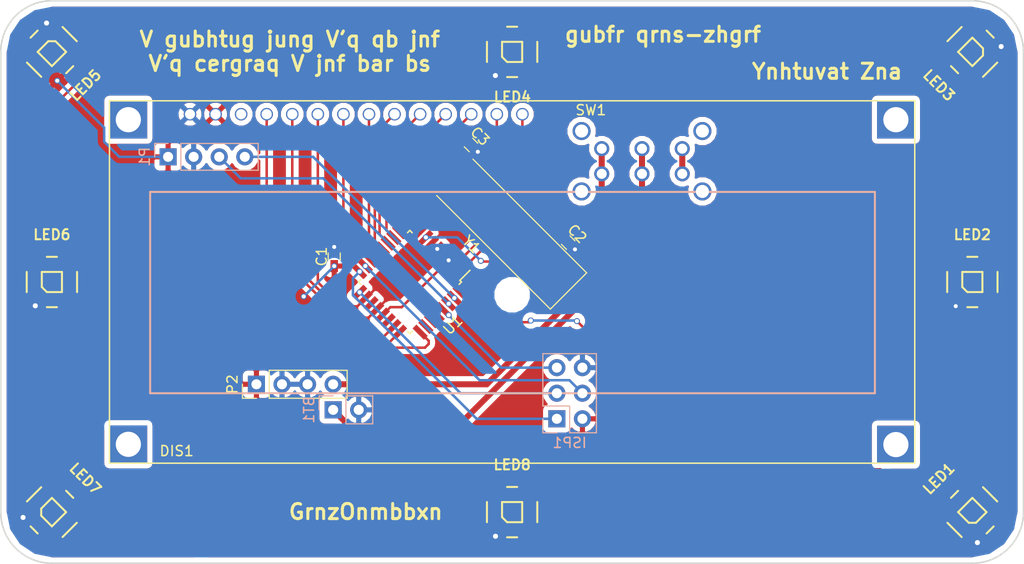
<source format=kicad_pcb>
(kicad_pcb (version 4) (host pcbnew 4.0.6)
  (layers (0 F.Cu signal) (31 B.Cu signal) (34 B.Paste user) (35 F.Paste user) (36 B.SilkS user) (37 F.SilkS user) (38 B.Mask user) (39 F.Mask user) (44 Edge.Cuts user))
  (net 0 "")
  (net 1 +BATT)
  (net 2 +5V)
  (net 3 GND)
  (net 4 /CLK1)
  (net 5 /CLK2)
  (net 6 /ISP1)
  (net 7 /ISP3)
  (net 8 /ISP4)
  (net 9 /ISP5)
  (net 10 "Net-(LED1-Pad2)")
  (net 11 /RGB1)
  (net 12 "Net-(LED2-Pad2)")
  (net 13 "Net-(LED3-Pad2)")
  (net 14 "Net-(LED4-Pad2)")
  (net 15 "Net-(SW1-Pad3)")
  (net 16 /DB6)
  (net 17 /RS)
  (net 18 /DB7)
  (net 19 /RW)
  (net 20 /E)
  (net 21 /DB0)
  (net 22 /DB1)
  (net 23 /DB2)
  (net 24 /DB3)
  (net 25 "Net-(U1-Pad26)")
  (net 26 /DB4)
  (net 27 "Net-(U1-Pad27)")
  (net 28 /DB5)
  (net 29 "Net-(U1-Pad28)")
  (net 30 "Net-(LED5-Pad2)")
  (net 31 "Net-(LED6-Pad2)")
  (net 32 "Net-(LED7-Pad2)")
  (net 33 "Net-(LED8-Pad2)")
  (net 34 "Net-(U1-Pad19)")
  (net 35 "Net-(U1-Pad22)")
  (net 36 "Net-(DIS1-Pad3)")
  (net 37 /TX)
  (net 38 /RX)
  (net 39 "Net-(BT1-Pad1)")
  (module Pin_Headers:Pin_Header_Straight_1x02_Pitch2.54mm (layer B.Cu) (at 46.61 54.47 270)
    (fp_text reference BT1 (at 0 2.39 270) (layer B.SilkS) (effects (justify mirror)))
    (fp_text value 18650)
    (pad 1 thru_hole rect (at 0 0 270) (size 1.7 1.7) (drill 1) (layers *.Cu *.Mask) (net 39 "Net-(BT1-Pad1)"))
    (pad 2 thru_hole oval (at 0 -2.54 270) (size 1.7 1.7) (drill 1) (layers *.Cu *.Mask) (net 3 GND))
  )
  (module Capacitors_SMD:C_0603_HandSoldering (layer F.Cu) (at 46.71668 39.23762 90)
    (fp_text reference C1 (at 0 -1.25 90) (layer F.SilkS))
    (fp_text value 100n)
    (pad 1 smd rect (at -0.95 0 90) (size 1.2 0.75) (layers F.Cu F.Paste F.Mask) (net 2 +5V))
    (pad 2 smd rect (at 0.95 0 90) (size 1.2 0.75) (layers F.Cu F.Paste F.Mask) (net 3 GND))
  )
  (module Capacitors_SMD:C_0603_HandSoldering (layer F.Cu) (at 69.96276 37.85586 315)
    (fp_text reference C2 (at 0 -1.25 315) (layer F.SilkS))
    (fp_text value 22p)
    (pad 1 smd rect (at -0.95 0 315) (size 1.2 0.75) (layers F.Cu F.Paste F.Mask) (net 4 /CLK1))
    (pad 2 smd rect (at 0.95 0 315) (size 1.2 0.75) (layers F.Cu F.Paste F.Mask) (net 3 GND))
  )
  (module Capacitors_SMD:C_0603_HandSoldering (layer F.Cu) (at 60.31076 28.16322 315)
    (fp_text reference C3 (at 0 -1.25 315) (layer F.SilkS))
    (fp_text value 22p)
    (pad 1 smd rect (at -0.95 0 315) (size 1.2 0.75) (layers F.Cu F.Paste F.Mask) (net 5 /CLK2))
    (pad 2 smd rect (at 0.95 0 315) (size 1.2 0.75) (layers F.Cu F.Paste F.Mask) (net 3 GND))
  )
  (module Pin_Headers:Pin_Header_Straight_2x03_Pitch2.54mm (layer B.Cu) (at 68.835 55.359)
    (fp_text reference ISP1 (at 1.27 2.39) (layer B.SilkS) (effects (justify mirror)))
    (fp_text value CONN_02X03 hide)
    (pad 1 thru_hole rect (at 0 0) (size 1.7 1.7) (drill 1) (layers *.Cu *.Mask) (net 6 /ISP1))
    (pad 2 thru_hole oval (at 2.54 0) (size 1.7 1.7) (drill 1) (layers *.Cu *.Mask) (net 2 +5V))
    (pad 3 thru_hole oval (at 0 -2.54) (size 1.7 1.7) (drill 1) (layers *.Cu *.Mask) (net 7 /ISP3))
    (pad 4 thru_hole oval (at 2.54 -2.54) (size 1.7 1.7) (drill 1) (layers *.Cu *.Mask) (net 8 /ISP4))
    (pad 5 thru_hole oval (at 0 -5.08) (size 1.7 1.7) (drill 1) (layers *.Cu *.Mask) (net 9 /ISP5))
    (pad 6 thru_hole oval (at 2.54 -5.08) (size 1.7 1.7) (drill 1) (layers *.Cu *.Mask) (net 3 GND))
  )
  (module WS2812B:WS2812B (layer F.Cu) (at 110.11 64.63 45)
    (fp_text reference LED1 (at 0 -4.7 45) (layer F.SilkS) (effects (font (thickness 0.2))))
    (fp_text value WS2812B hide)
    (pad 1 smd rect (at 1.65 -2.4 45) (size 1.4 1.8) (layers F.Cu F.Paste F.Mask) (net 2 +5V))
    (pad 2 smd rect (at -1.65 -2.4 45) (size 1.4 1.8) (layers F.Cu F.Paste F.Mask) (net 10 "Net-(LED1-Pad2)"))
    (pad 3 smd rect (at -1.65 2.4 45) (size 1.4 1.8) (layers F.Cu F.Paste F.Mask) (net 3 GND))
    (pad 4 smd rect (at 1.65 2.4 45) (size 1.4 1.8) (layers F.Cu F.Paste F.Mask) (net 11 /RGB1))
  )
  (module WS2812B:WS2812B (layer F.Cu) (at 110.11 41.77)
    (fp_text reference LED2 (at 0 -4.7) (layer F.SilkS) (effects (font (thickness 0.2))))
    (fp_text value WS2812B hide)
    (pad 1 smd rect (at 1.65 -2.4) (size 1.4 1.8) (layers F.Cu F.Paste F.Mask) (net 2 +5V))
    (pad 2 smd rect (at -1.65 -2.4) (size 1.4 1.8) (layers F.Cu F.Paste F.Mask) (net 12 "Net-(LED2-Pad2)"))
    (pad 3 smd rect (at -1.65 2.4) (size 1.4 1.8) (layers F.Cu F.Paste F.Mask) (net 3 GND))
    (pad 4 smd rect (at 1.65 2.4) (size 1.4 1.8) (layers F.Cu F.Paste F.Mask) (net 10 "Net-(LED1-Pad2)"))
  )
  (module WS2812B:WS2812B (layer F.Cu) (at 110.11 18.91 135)
    (fp_text reference LED3 (at 0 -4.7 135) (layer F.SilkS) (effects (font (thickness 0.2))))
    (fp_text value WS2812B hide)
    (pad 1 smd rect (at 1.65 -2.4 135) (size 1.4 1.8) (layers F.Cu F.Paste F.Mask) (net 2 +5V))
    (pad 2 smd rect (at -1.65 -2.4 135) (size 1.4 1.8) (layers F.Cu F.Paste F.Mask) (net 13 "Net-(LED3-Pad2)"))
    (pad 3 smd rect (at -1.65 2.4 135) (size 1.4 1.8) (layers F.Cu F.Paste F.Mask) (net 3 GND))
    (pad 4 smd rect (at 1.65 2.4 135) (size 1.4 1.8) (layers F.Cu F.Paste F.Mask) (net 12 "Net-(LED2-Pad2)"))
  )
  (module WS2812B:WS2812B (layer F.Cu) (at 64.39 18.91)
    (fp_text reference LED4 (at 0.0254 4.47802) (layer F.SilkS) (effects (font (thickness 0.2))))
    (fp_text value WS2812B hide)
    (pad 1 smd rect (at 1.65 -2.4) (size 1.4 1.8) (layers F.Cu F.Paste F.Mask) (net 2 +5V))
    (pad 2 smd rect (at -1.65 -2.4) (size 1.4 1.8) (layers F.Cu F.Paste F.Mask) (net 14 "Net-(LED4-Pad2)"))
    (pad 3 smd rect (at -1.65 2.4) (size 1.4 1.8) (layers F.Cu F.Paste F.Mask) (net 3 GND))
    (pad 4 smd rect (at 1.65 2.4) (size 1.4 1.8) (layers F.Cu F.Paste F.Mask) (net 13 "Net-(LED3-Pad2)"))
  )
  (module Pin_Headers:Pin_Header_Straight_1x04_Pitch2.54mm (layer F.Cu) (at 38.99 51.93 90)
    (fp_text reference P2 (at 0 -2.39 90) (layer F.SilkS))
    (fp_text value CONN_01X04 hide)
    (pad 1 thru_hole rect (at 0 0 90) (size 1.7 1.7) (drill 1) (layers *.Cu *.Mask) (net 2 +5V))
    (pad 2 thru_hole oval (at 0 2.54 90) (size 1.7 1.7) (drill 1) (layers *.Cu *.Mask) (net 3 GND))
    (pad 3 thru_hole oval (at 0 5.08 90) (size 1.7 1.7) (drill 1) (layers *.Cu *.Mask) (net 3 GND))
    (pad 4 thru_hole oval (at 0 7.62 90) (size 1.7 1.7) (drill 1) (layers *.Cu *.Mask) (net 1 +BATT))
  )
  (module footprints:switch_EG2219 (layer F.Cu) (at 77.2932 29.77358)
    (fp_text reference SW1 (at -5.08 -5.08) (layer F.SilkS))
    (fp_text value SW_DPDT_x2 hide)
    (pad 1 thru_hole circle (at -4 -1.25) (size 1.5 1.5) (drill 1) (layers *.Cu *.Mask) (net 1 +BATT))
    (pad 2 thru_hole circle (at 0 -1.25) (size 1.5 1.5) (drill 1) (layers *.Cu *.Mask) (net 39 "Net-(BT1-Pad1)"))
    (pad 3 thru_hole circle (at 4 -1.25) (size 1.5 1.5) (drill 1) (layers *.Cu *.Mask) (net 15 "Net-(SW1-Pad3)"))
    (pad 1 thru_hole circle (at -4 1.25) (size 1.5 1.5) (drill 1) (layers *.Cu *.Mask) (net 1 +BATT))
    (pad 2 thru_hole circle (at 0 1.25) (size 1.5 1.5) (drill 1) (layers *.Cu *.Mask) (net 39 "Net-(BT1-Pad1)"))
    (pad 3 thru_hole circle (at 4 1.25) (size 1.5 1.5) (drill 1) (layers *.Cu *.Mask) (net 15 "Net-(SW1-Pad3)"))
    (pad 4 thru_hole circle (at -6 -3) (size 1.8 1.8) (drill 1.3) (layers *.Cu *.Mask))
    (pad 4 thru_hole circle (at 6 -3) (size 1.8 1.8) (drill 1.3) (layers *.Cu *.Mask))
    (pad 4 thru_hole circle (at -6 3) (size 1.8 1.8) (drill 1.3) (layers *.Cu *.Mask))
    (pad 4 thru_hole circle (at 6 3) (size 1.8 1.8) (drill 1.3) (layers *.Cu *.Mask))
  )
  (module footprints:VFD (layer F.Cu) (at 64.39 41.77)
    (fp_text reference DIS1 (at -33.3248 16.7894) (layer F.SilkS))
    (fp_text value VFD)
    (pad 16 thru_hole rect (at -38.125 -16.125) (size 3.75 3.75) (drill 2.5) (layers *.Cu *.Mask))
    (pad 17 thru_hole rect (at 38.125 -16.125) (size 3.75 3.75) (drill 2.5) (layers *.Cu *.Mask))
    (pad 18 thru_hole rect (at -38.125 16.125) (size 3.75 3.75) (drill 2.5) (layers *.Cu *.Mask))
    (pad 19 thru_hole rect (at 38.125 16.15) (size 3.75 3.75) (drill 2.5) (layers *.Cu *.Mask))
    (pad 1 thru_hole circle (at -32 -16.67) (size 1.25 1.25) (drill 1) (layers *.Cu *.Mask) (net 3 GND))
    (pad 2 thru_hole circle (at -29.46 -16.67) (size 1.25 1.25) (drill 1) (layers *.Cu *.Mask) (net 2 +5V))
    (pad 3 thru_hole circle (at -26.92 -16.67) (size 1.25 1.25) (drill 1) (layers *.Cu *.Mask) (net 36 "Net-(DIS1-Pad3)"))
    (pad 4 thru_hole circle (at -24.38 -16.67) (size 1.25 1.25) (drill 1) (layers *.Cu *.Mask) (net 17 /RS))
    (pad 5 thru_hole circle (at -21.84 -16.67) (size 1.25 1.25) (drill 1) (layers *.Cu *.Mask) (net 19 /RW))
    (pad 6 thru_hole circle (at -19.3 -16.67) (size 1.25 1.25) (drill 1) (layers *.Cu *.Mask) (net 20 /E))
    (pad 7 thru_hole circle (at -16.76 -16.67) (size 1.25 1.25) (drill 1) (layers *.Cu *.Mask) (net 21 /DB0))
    (pad 8 thru_hole circle (at -14.22 -16.67) (size 1.25 1.25) (drill 1) (layers *.Cu *.Mask) (net 22 /DB1))
    (pad 9 thru_hole circle (at -11.68 -16.67) (size 1.25 1.25) (drill 1) (layers *.Cu *.Mask) (net 23 /DB2))
    (pad 10 thru_hole circle (at -9.14 -16.67) (size 1.25 1.25) (drill 1) (layers *.Cu *.Mask) (net 24 /DB3))
    (pad 11 thru_hole circle (at -6.6 -16.67) (size 1.25 1.25) (drill 1) (layers *.Cu *.Mask) (net 26 /DB4))
    (pad 12 thru_hole circle (at -4.06 -16.67) (size 1.25 1.25) (drill 1) (layers *.Cu *.Mask) (net 28 /DB5))
    (pad 13 thru_hole circle (at -1.52 -16.67) (size 1.25 1.25) (drill 1) (layers *.Cu *.Mask) (net 16 /DB6))
    (pad 14 thru_hole circle (at 1.02 -16.67) (size 1.25 1.25) (drill 1) (layers *.Cu *.Mask) (net 18 /DB7))
  )
  (module WS2812B:WS2812B (layer F.Cu) (at 18.67 18.91 225)
    (fp_text reference LED5 (at 0 -4.7 225) (layer F.SilkS) (effects (font (thickness 0.2))))
    (fp_text value WS2812B hide)
    (pad 1 smd rect (at 1.65 -2.4 225) (size 1.4 1.8) (layers F.Cu F.Paste F.Mask) (net 2 +5V))
    (pad 2 smd rect (at -1.65 -2.4 225) (size 1.4 1.8) (layers F.Cu F.Paste F.Mask) (net 30 "Net-(LED5-Pad2)"))
    (pad 3 smd rect (at -1.65 2.4 225) (size 1.4 1.8) (layers F.Cu F.Paste F.Mask) (net 3 GND))
    (pad 4 smd rect (at 1.65 2.4 225) (size 1.4 1.8) (layers F.Cu F.Paste F.Mask) (net 14 "Net-(LED4-Pad2)"))
  )
  (module WS2812B:WS2812B (layer F.Cu) (at 18.67 41.77)
    (fp_text reference LED6 (at 0 -4.7) (layer F.SilkS) (effects (font (thickness 0.2))))
    (fp_text value WS2812B hide)
    (pad 1 smd rect (at 1.65 -2.4) (size 1.4 1.8) (layers F.Cu F.Paste F.Mask) (net 2 +5V))
    (pad 2 smd rect (at -1.65 -2.4) (size 1.4 1.8) (layers F.Cu F.Paste F.Mask) (net 31 "Net-(LED6-Pad2)"))
    (pad 3 smd rect (at -1.65 2.4) (size 1.4 1.8) (layers F.Cu F.Paste F.Mask) (net 3 GND))
    (pad 4 smd rect (at 1.65 2.4) (size 1.4 1.8) (layers F.Cu F.Paste F.Mask) (net 30 "Net-(LED5-Pad2)"))
  )
  (module WS2812B:WS2812B (layer F.Cu) (at 18.67 64.63 315)
    (fp_text reference LED7 (at 0 -4.7 315) (layer F.SilkS) (effects (font (thickness 0.2))))
    (fp_text value WS2812B hide)
    (pad 1 smd rect (at 1.65 -2.4 315) (size 1.4 1.8) (layers F.Cu F.Paste F.Mask) (net 2 +5V))
    (pad 2 smd rect (at -1.65 -2.4 315) (size 1.4 1.8) (layers F.Cu F.Paste F.Mask) (net 32 "Net-(LED7-Pad2)"))
    (pad 3 smd rect (at -1.65 2.4 315) (size 1.4 1.8) (layers F.Cu F.Paste F.Mask) (net 3 GND))
    (pad 4 smd rect (at 1.65 2.4 315) (size 1.4 1.8) (layers F.Cu F.Paste F.Mask) (net 31 "Net-(LED6-Pad2)"))
  )
  (module WS2812B:WS2812B (layer F.Cu) (at 64.39 64.63)
    (fp_text reference LED8 (at 0 -4.7) (layer F.SilkS) (effects (font (thickness 0.2))))
    (fp_text value WS2812B hide)
    (pad 1 smd rect (at 1.65 -2.4) (size 1.4 1.8) (layers F.Cu F.Paste F.Mask) (net 2 +5V))
    (pad 2 smd rect (at -1.65 -2.4) (size 1.4 1.8) (layers F.Cu F.Paste F.Mask) (net 33 "Net-(LED8-Pad2)"))
    (pad 3 smd rect (at -1.65 2.4) (size 1.4 1.8) (layers F.Cu F.Paste F.Mask) (net 3 GND))
    (pad 4 smd rect (at 1.65 2.4) (size 1.4 1.8) (layers F.Cu F.Paste F.Mask) (net 32 "Net-(LED7-Pad2)"))
  )
  (module Housings_QFP:TQFP-32_7x7mm_Pitch0.8mm (layer F.Cu) (at 54.23 41.77 225)
    (fp_text reference U1 (at 0 -6.05 225) (layer F.SilkS))
    (fp_text value ATMEGA328P-AU)
    (pad 1 smd rect (at -4.25 -2.8 225) (size 1.6 0.55) (layers F.Cu F.Paste F.Mask) (net 18 /DB7))
    (pad 2 smd rect (at -4.25 -2 225) (size 1.6 0.55) (layers F.Cu F.Paste F.Mask) (net 16 /DB6))
    (pad 3 smd rect (at -4.25 -1.2 225) (size 1.6 0.55) (layers F.Cu F.Paste F.Mask) (net 3 GND))
    (pad 4 smd rect (at -4.25 -0.4 225) (size 1.6 0.55) (layers F.Cu F.Paste F.Mask) (net 2 +5V))
    (pad 5 smd rect (at -4.25 0.4 225) (size 1.6 0.55) (layers F.Cu F.Paste F.Mask) (net 3 GND))
    (pad 6 smd rect (at -4.25 1.2 225) (size 1.6 0.55) (layers F.Cu F.Paste F.Mask) (net 2 +5V))
    (pad 7 smd rect (at -4.25 2 225) (size 1.6 0.55) (layers F.Cu F.Paste F.Mask) (net 4 /CLK1))
    (pad 8 smd rect (at -4.25 2.8 225) (size 1.6 0.55) (layers F.Cu F.Paste F.Mask) (net 5 /CLK2))
    (pad 9 smd rect (at -2.8 4.25 315) (size 1.6 0.55) (layers F.Cu F.Paste F.Mask) (net 28 /DB5))
    (pad 10 smd rect (at -2 4.25 315) (size 1.6 0.55) (layers F.Cu F.Paste F.Mask) (net 26 /DB4))
    (pad 11 smd rect (at -1.2 4.25 315) (size 1.6 0.55) (layers F.Cu F.Paste F.Mask) (net 24 /DB3))
    (pad 12 smd rect (at -0.4 4.25 315) (size 1.6 0.55) (layers F.Cu F.Paste F.Mask) (net 23 /DB2))
    (pad 13 smd rect (at 0.4 4.25 315) (size 1.6 0.55) (layers F.Cu F.Paste F.Mask) (net 22 /DB1))
    (pad 14 smd rect (at 1.2 4.25 315) (size 1.6 0.55) (layers F.Cu F.Paste F.Mask) (net 21 /DB0))
    (pad 15 smd rect (at 2 4.25 315) (size 1.6 0.55) (layers F.Cu F.Paste F.Mask) (net 8 /ISP4))
    (pad 16 smd rect (at 2.8 4.25 315) (size 1.6 0.55) (layers F.Cu F.Paste F.Mask) (net 6 /ISP1))
    (pad 17 smd rect (at 4.25 2.8 225) (size 1.6 0.55) (layers F.Cu F.Paste F.Mask) (net 7 /ISP3))
    (pad 18 smd rect (at 4.25 2 225) (size 1.6 0.55) (layers F.Cu F.Paste F.Mask) (net 2 +5V))
    (pad 19 smd rect (at 4.25 1.2 225) (size 1.6 0.55) (layers F.Cu F.Paste F.Mask) (net 34 "Net-(U1-Pad19)"))
    (pad 20 smd rect (at 4.25 0.4 225) (size 1.6 0.55) (layers F.Cu F.Paste F.Mask) (net 2 +5V))
    (pad 21 smd rect (at 4.25 -0.4 225) (size 1.6 0.55) (layers F.Cu F.Paste F.Mask) (net 3 GND))
    (pad 22 smd rect (at 4.25 -1.2 225) (size 1.6 0.55) (layers F.Cu F.Paste F.Mask) (net 35 "Net-(U1-Pad22)"))
    (pad 23 smd rect (at 4.25 -2 225) (size 1.6 0.55) (layers F.Cu F.Paste F.Mask) (net 20 /E))
    (pad 24 smd rect (at 4.25 -2.8 225) (size 1.6 0.55) (layers F.Cu F.Paste F.Mask) (net 19 /RW))
    (pad 25 smd rect (at 2.8 -4.25 315) (size 1.6 0.55) (layers F.Cu F.Paste F.Mask) (net 17 /RS))
    (pad 26 smd rect (at 2 -4.25 315) (size 1.6 0.55) (layers F.Cu F.Paste F.Mask) (net 25 "Net-(U1-Pad26)"))
    (pad 27 smd rect (at 1.2 -4.25 315) (size 1.6 0.55) (layers F.Cu F.Paste F.Mask) (net 27 "Net-(U1-Pad27)"))
    (pad 28 smd rect (at 0.4 -4.25 315) (size 1.6 0.55) (layers F.Cu F.Paste F.Mask) (net 29 "Net-(U1-Pad28)"))
    (pad 29 smd rect (at -0.4 -4.25 315) (size 1.6 0.55) (layers F.Cu F.Paste F.Mask) (net 9 /ISP5))
    (pad 30 smd rect (at -1.2 -4.25 315) (size 1.6 0.55) (layers F.Cu F.Paste F.Mask) (net 38 /RX))
    (pad 31 smd rect (at -2 -4.25 315) (size 1.6 0.55) (layers F.Cu F.Paste F.Mask) (net 37 /TX))
    (pad 32 smd rect (at -2.8 -4.25 315) (size 1.6 0.55) (layers F.Cu F.Paste F.Mask) (net 11 /RGB1))
  )
  (module images:p_logo_5_copper (layer F.Cu) (at 26.29 64.63)
    (fp_text reference G*** hide)
    (fp_text value LOGO hide)
    (fp_poly (pts (xy 0.013409 -2.469379) (xy 0.029613 -2.46281) (xy 0.03481 -2.459874) (xy 0.03768 -2.457361) (xy 0.044395 -2.450988) (xy 0.054822 -2.440888) (xy 0.068828 -2.427193) (xy 0.08628 -2.410036) (xy 0.107046 -2.389551) (xy 0.130994 -2.365869) (xy 0.157989 -2.339125) (xy 0.1879 -2.30945) (xy 0.220594 -2.276979) (xy 0.255937 -2.241842) (xy 0.293798 -2.204175) (xy 0.334043 -2.164109) (xy 0.37654 -2.121776) (xy 0.421155 -2.077311) (xy 0.467757 -2.030847) (xy 0.516212 -1.982514) (xy 0.566387 -1.932448) (xy 0.618151 -1.88078) (xy 0.671369 -1.827644) (xy 0.72591 -1.773172) (xy 0.781641 -1.717498) (xy 0.838428 -1.660753) (xy 0.896139 -1.603072) (xy 0.954641 -1.544586) (xy 1.013802 -1.485429) (xy 1.073489 -1.425734) (xy 1.133569 -1.365633) (xy 1.193909 -1.30526) (xy 1.254376 -1.244747) (xy 1.314838 -1.184227) (xy 1.375162 -1.123833) (xy 1.435215 -1.063698) (xy 1.494864 -1.003954) (xy 1.553977 -0.944736) (xy 1.612421 -0.886175) (xy 1.670063 -0.828404) (xy 1.726771 -0.771557) (xy 1.782411 -0.715765) (xy 1.836851 -0.661163) (xy 1.889958 -0.607883) (xy 1.941599 -0.556057) (xy 1.991642 -0.505819) (xy 2.039953 -0.457302) (xy 2.086401 -0.410638) (xy 2.130852 -0.36596) (xy 2.173173 -0.323401) (xy 2.213232 -0.283095) (xy 2.250896 -0.245173) (xy 2.286033 -0.20977) (xy 2.318508 -0.177016) (xy 2.348191 -0.147047) (xy 2.374947 -0.119994) (xy 2.398644 -0.09599) (xy 2.41915 -0.075168) (xy 2.436332 -0.057662) (xy 2.450056 -0.043603) (xy 2.460191 -0.033125) (xy 2.466603 -0.026361) (xy 2.469159 -0.023443) (xy 2.469186 -0.023396) (xy 2.47428 -0.007137) (xy 2.474618 0.010346) (xy 2.470214 0.02726) (xy 2.468739 0.030471) (xy 2.46719 0.032488) (xy 2.463455 0.036668) (xy 2.45747 0.043072) (xy 2.449172 0.051766) (xy 2.438498 0.062812) (xy 2.425385 0.076274) (xy 2.409768 0.092216) (xy 2.391584 0.110702) (xy 2.370771 0.131795) (xy 2.347263 0.155559) (xy 2.320999 0.182057) (xy 2.291915 0.211354) (xy 2.259947 0.243513) (xy 2.225031 0.278597) (xy 2.187105 0.31667) (xy 2.146104 0.357797) (xy 2.101966 0.40204) (xy 2.054627 0.449463) (xy 2.004024 0.500131) (xy 1.950093 0.554105) (xy 1.89277 0.611452) (xy 1.831992 0.672233) (xy 1.767697 0.736512) (xy 1.699819 0.804354) (xy 1.628297 0.875822) (xy 1.553066 0.95098) (xy 1.474063 1.02989) (xy 1.391225 1.112618) (xy 1.304488 1.199226) (xy 1.250827 1.252802) (xy 1.181361 1.322147) (xy 1.112859 1.390516) (xy 1.045431 1.457801) (xy 0.979186 1.523891) (xy 0.914234 1.588677) (xy 0.850684 1.65205) (xy 0.788647 1.713902) (xy 0.728232 1.774123) (xy 0.66955 1.832603) (xy 0.612709 1.889233) (xy 0.55782 1.943905) (xy 0.504992 1.996509) (xy 0.454336 2.046935) (xy 0.40596 2.095075) (xy 0.359976 2.14082) (xy 0.316491 2.184059) (xy 0.275617 2.224685) (xy 0.237464 2.262587) (xy 0.20214 2.297657) (xy 0.169755 2.329785) (xy 0.14042 2.358862) (xy 0.114244 2.384779) (xy 0.091337 2.407427) (xy 0.071809 2.426696) (xy 0.05577 2.442478) (xy 0.043328 2.454662) (xy 0.034595 2.46314) (xy 0.02968 2.467803) (xy 0.028612 2.468722) (xy 0.01432 2.474632) (xy -0.001103 2.476739) (xy -0.015455 2.474781) (xy -0.017258 2.474166) (xy -0.02663 2.469863) (xy -0.035295 2.464665) (xy -0.035602 2.464443) (xy -0.038049 2.462123) (xy -0.044376 2.45592) (xy -0.054474 2.445942) (xy -0.068234 2.4323) (xy -0.085546 2.415103) (xy -0.1063 2.39446) (xy -0.130387 2.37048) (xy -0.157697 2.343273) (xy -0.188122 2.312948) (xy -0.221551 2.279614) (xy -0.257874 2.243381) (xy -0.296984 2.204359) (xy -0.338769 2.162655) (xy -0.383121 2.11838) (xy -0.42993 2.071643) (xy -0.479086 2.022553) (xy -0.530481 1.97122) (xy -0.584004 1.917753) (xy -0.639546 1.862261) (xy -0.696997 1.804854) (xy -0.756249 1.74564) (xy -0.817191 1.68473) (xy -0.879714 1.622232) (xy -0.943709 1.558256) (xy -0.998477 1.503498) (xy -0.458521 1.503498) (xy -0.454184 1.520884) (xy -0.450597 1.528413) (xy -0.447913 1.532226) (xy -0.442658 1.538483) (xy -0.434698 1.547324) (xy -0.423896 1.558891) (xy -0.410115 1.573322) (xy -0.39322 1.590759) (xy -0.373073 1.61134) (xy -0.34954 1.635206) (xy -0.322483 1.662497) (xy -0.291766 1.693353) (xy -0.257253 1.727914) (xy -0.229143 1.756005) (xy -0.200096 1.784963) (xy -0.172032 1.812855) (xy -0.145223 1.839413) (xy -0.119944 1.864371) (xy -0.096468 1.88746) (xy -0.075068 1.908415) (xy -0.056019 1.926967) (xy -0.039594 1.942849) (xy -0.026066 1.955794) (xy -0.01571 1.965534) (xy -0.008798 1.971802) (xy -0.005644 1.974313) (xy 0.010863 1.980837) (xy 0.026236 1.98257) (xy 0.04204 1.979529) (xy 0.053622 1.974839) (xy 0.05709 1.97261) (xy 0.062653 1.968147) (xy 0.070492 1.961279) (xy 0.080784 1.951832) (xy 0.093709 1.939634) (xy 0.109446 1.924514) (xy 0.128174 1.906298) (xy 0.150072 1.884814) (xy 0.175318 1.859889) (xy 0.204093 1.831352) (xy 0.236574 1.799029) (xy 0.250418 1.785227) (xy 0.282068 1.753644) (xy 0.309955 1.725774) (xy 0.334327 1.701362) (xy 0.355428 1.680147) (xy 0.373508 1.661873) (xy 0.388812 1.646281) (xy 0.401587 1.633114) (xy 0.412081 1.622114) (xy 0.42054 1.613022) (xy 0.427212 1.60558) (xy 0.432342 1.599531) (xy 0.436179 1.594617) (xy 0.438968 1.590579) (xy 0.440957 1.58716) (xy 0.441956 1.585108) (xy 0.447502 1.567536) (xy 0.447705 1.550513) (xy 0.442559 1.532928) (xy 0.441732 1.531055) (xy 0.4389 1.527224) (xy 0.432356 1.519763) (xy 0.422419 1.508993) (xy 0.409409 1.495233) (xy 0.393646 1.478804) (xy 0.37545 1.460025) (xy 0.35514 1.439216) (xy 0.333036 1.416697) (xy 0.309459 1.392788) (xy 0.284729 1.367809) (xy 0.259164 1.342079) (xy 0.233086 1.315919) (xy 0.206814 1.289649) (xy 0.180667 1.263588) (xy 0.154967 1.238057) (xy 0.130032 1.213374) (xy 0.106183 1.189861) (xy 0.083739 1.167837) (xy 0.06302 1.147622) (xy 0.044347 1.129535) (xy 0.028039 1.113897) (xy 0.014416 1.101028) (xy 0.003798 1.091247) (xy -0.003495 1.084875) (xy -0.007055 1.082268) (xy -0.024826 1.076573) (xy -0.04197 1.076248) (xy -0.059576 1.081289) (xy -0.061108 1.081956) (xy -0.064235 1.083513) (xy -0.067765 1.085668) (xy -0.071956 1.088668) (xy -0.077067 1.092761) (xy -0.083357 1.098195) (xy -0.091082 1.105219) (xy -0.100503 1.114081) (xy -0.111877 1.12503) (xy -0.125463 1.138313) (xy -0.14152 1.154178) (xy -0.160305 1.172874) (xy -0.182077 1.19465) (xy -0.207095 1.219753) (xy -0.235617 1.248431) (xy -0.260514 1.273494) (xy -0.287352 1.300573) (xy -0.313166 1.326727) (xy -0.337663 1.351649) (xy -0.360548 1.375035) (xy -0.381527 1.396582) (xy -0.400304 1.415985) (xy -0.416586 1.432939) (xy -0.430079 1.447141) (xy -0.440487 1.458286) (xy -0.447516 1.466069) (xy -0.450872 1.470186) (xy -0.450967 1.470338) (xy -0.45745 1.486439) (xy -0.458521 1.503498) (xy -0.998477 1.503498) (xy -1.009066 1.492912) (xy -1.075675 1.426307) (xy -1.143428 1.358553) (xy -1.212214 1.289758) (xy -1.252244 1.249719) (xy -1.338546 1.163392) (xy -1.420931 1.080973) (xy -1.499481 1.002382) (xy -1.574274 0.927538) (xy -1.645391 0.856363) (xy -1.71291 0.788775) (xy -1.776911 0.724694) (xy -1.837473 0.664042) (xy -1.894676 0.606738) (xy -1.9486 0.552701) (xy -1.999324 0.501853) (xy -2.046927 0.454113) (xy -2.091489 0.409401) (xy -2.12747 0.373278) (xy -1.576757 0.373278) (xy -1.576346 0.39145) (xy -1.571765 0.4064) (xy -1.570141 0.408978) (xy -1.566804 0.413188) (xy -1.561605 0.419185) (xy -1.554395 0.427121) (xy -1.545024 0.437148) (xy -1.533342 0.449421) (xy -1.519199 0.464093) (xy -1.502446 0.481316) (xy -1.482933 0.501244) (xy -1.46051 0.52403) (xy -1.435028 0.549827) (xy -1.406338 0.578789) (xy -1.374288 0.611068) (xy -1.338731 0.646818) (xy -1.299515 0.686192) (xy -1.256492 0.729342) (xy -1.242213 0.743655) (xy -1.205957 0.78) (xy -1.170406 0.815648) (xy -1.135801 0.850359) (xy -1.102383 0.883889) (xy -1.070394 0.915998) (xy -1.040073 0.946442) (xy -1.011662 0.97498) (xy -0.985402 1.00137) (xy -0.961534 1.025369) (xy -0.940297 1.046736) (xy -0.921935 1.065228) (xy -0.906686 1.080604) (xy -0.894793 1.092622) (xy -0.886496 1.101039) (xy -0.883236 1.104371) (xy -0.870589 1.117139) (xy -0.858025 1.129398) (xy -0.84657 1.140177) (xy -0.837251 1.148504) (xy -0.832555 1.152349) (xy -0.82462 1.158667) (xy -0.818678 1.163917) (xy -0.816003 1.166972) (xy -0.815997 1.166989) (xy -0.813732 1.169775) (xy -0.80787 1.17609) (xy -0.798841 1.185503) (xy -0.787074 1.197588) (xy -0.772998 1.211915) (xy -0.757043 1.228057) (xy -0.739637 1.245584) (xy -0.721211 1.264069) (xy -0.702193 1.283083) (xy -0.683014 1.302198) (xy -0.664102 1.320986) (xy -0.645886 1.339018) (xy -0.628796 1.355866) (xy -0.613262 1.371101) (xy -0.599713 1.384296) (xy -0.588578 1.395021) (xy -0.580286 1.402849) (xy -0.575267 1.407352) (xy -0.574322 1.408091) (xy -0.556956 1.417753) (xy -0.540295 1.421965) (xy -0.523813 1.420785) (xy -0.5091 1.415364) (xy -0.505981 1.412815) (xy -0.499028 1.406419) (xy -0.488391 1.396323) (xy -0.47422 1.382679) (xy -0.456666 1.365635) (xy -0.435878 1.345343) (xy -0.412006 1.32195) (xy -0.385201 1.295608) (xy -0.355613 1.266466) (xy -0.323391 1.234675) (xy -0.288686 1.200382) (xy -0.251647 1.16374) (xy -0.212426 1.124896) (xy -0.171172 1.084002) (xy -0.128035 1.041207) (xy -0.083165 0.996661) (xy -0.036712 0.950513) (xy 0.011173 0.902914) (xy 0.060341 0.854012) (xy 0.110641 0.803959) (xy 0.161924 0.752904) (xy 0.214039 0.700996) (xy 0.266836 0.648386) (xy 0.320165 0.595222) (xy 0.373877 0.541656) (xy 0.42782 0.487837) (xy 0.481845 0.433915) (xy 0.535802 0.380039) (xy 0.58954 0.326359) (xy 0.64291 0.273025) (xy 0.695762 0.220187) (xy 0.747945 0.167995) (xy 0.799309 0.116598) (xy 0.849705 0.066147) (xy 0.898982 0.016791) (xy 0.94699 -0.03132) (xy 0.993578 -0.078037) (xy 1.038598 -0.123209) (xy 1.081899 -0.166687) (xy 1.12333 -0.20832) (xy 1.162742 -0.24796) (xy 1.199984 -0.285455) (xy 1.234907 -0.320657) (xy 1.26736 -0.353416) (xy 1.297194 -0.383582) (xy 1.324258 -0.411004) (xy 1.348402 -0.435534) (xy 1.369476 -0.457021) (xy 1.38733 -0.475316) (xy 1.401813 -0.490268) (xy 1.412777 -0.501729) (xy 1.42007 -0.509547) (xy 1.423543 -0.513574) (xy 1.423769 -0.513916) (xy 1.430653 -0.531789) (xy 1.432325 -0.550218) (xy 1.428758 -0.568162) (xy 1.42547 -0.575734) (xy 1.422713 -0.579202) (xy 1.41615 -0.586426) (xy 1.405993 -0.597195) (xy 1.392451 -0.6113) (xy 1.375734 -0.628532) (xy 1.356054 -0.64868) (xy 1.333619 -0.671535) (xy 1.308641 -0.696888) (xy 1.281329 -0.724528) (xy 1.251894 -0.754247) (xy 1.220546 -0.785834) (xy 1.187496 -0.81908) (xy 1.152953 -0.853776) (xy 1.117128 -0.889711) (xy 1.08023 -0.926676) (xy 1.042471 -0.964462) (xy 1.004061 -1.002858) (xy 0.965209 -1.041655) (xy 0.926126 -1.080644) (xy 0.887022 -1.119615) (xy 0.848108 -1.158358) (xy 0.809594 -1.196664) (xy 0.771689 -1.234323) (xy 0.734605 -1.271125) (xy 0.698551 -1.30686) (xy 0.663738 -1.34132) (xy 0.630376 -1.374295) (xy 0.598674 -1.405574) (xy 0.568845 -1.434948) (xy 0.541096 -1.462208) (xy 0.51564 -1.487144) (xy 0.492686 -1.509546) (xy 0.472444 -1.529205) (xy 0.455125 -1.545911) (xy 0.440939 -1.559454) (xy 0.430095 -1.569625) (xy 0.422805 -1.576214) (xy 0.419279 -1.579012) (xy 0.419252 -1.579026) (xy 0.401498 -1.585207) (xy 0.383842 -1.585745) (xy 0.366316 -1.58064) (xy 0.361672 -1.578328) (xy 0.358343 -1.575617) (xy 0.351216 -1.569084) (xy 0.340468 -1.558907) (xy 0.326273 -1.54526) (xy 0.308808 -1.528319) (xy 0.288247 -1.508258) (xy 0.264766 -1.485254) (xy 0.23854 -1.459481) (xy 0.209746 -1.431114) (xy 0.178559 -1.40033) (xy 0.145154 -1.367303) (xy 0.109706 -1.332208) (xy 0.072392 -1.295222) (xy 0.033387 -1.256519) (xy -0.007135 -1.216274) (xy -0.048996 -1.174663) (xy -0.092022 -1.131861) (xy -0.136038 -1.088043) (xy -0.180867 -1.043385) (xy -0.226335 -0.998062) (xy -0.272265 -0.95225) (xy -0.318482 -0.906122) (xy -0.364811 -0.859856) (xy -0.411076 -0.813626) (xy -0.457102 -0.767608) (xy -0.502713 -0.721976) (xy -0.547733 -0.676907) (xy -0.591988 -0.632574) (xy -0.635301 -0.589155) (xy -0.677497 -0.546823) (xy -0.718401 -0.505755) (xy -0.757837 -0.466125) (xy -0.79563 -0.428109) (xy -0.831603 -0.391883) (xy -0.865582 -0.35762) (xy -0.897391 -0.325498) (xy -0.926855 -0.295691) (xy -0.953797 -0.268374) (xy -0.978043 -0.243722) (xy -0.999417 -0.221912) (xy -1.017743 -0.203118) (xy -1.032846 -0.187515) (xy -1.044551 -0.17528) (xy -1.052682 -0.166586) (xy -1.057063 -0.16161) (xy -1.057776 -0.160607) (xy -1.063135 -0.143293) (xy -1.063082 -0.125263) (xy -1.057852 -0.10792) (xy -1.054408 -0.102822) (xy -1.047314 -0.094263) (xy -1.037006 -0.082677) (xy -1.023919 -0.068499) (xy -1.008487 -0.052164) (xy -0.991144 -0.034108) (xy -0.972325 -0.014765) (xy -0.952465 0.00543) (xy -0.931998 0.026041) (xy -0.911359 0.046635) (xy -0.890982 0.066774) (xy -0.871302 0.086025) (xy -0.852754 0.103953) (xy -0.835772 0.120122) (xy -0.820791 0.134098) (xy -0.808245 0.145445) (xy -0.798569 0.153729) (xy -0.792197 0.158514) (xy -0.791021 0.159189) (xy -0.772921 0.165327) (xy -0.754756 0.165861) (xy -0.736816 0.160783) (xy -0.7366 0.160686) (xy -0.734418 0.15928) (xy -0.730704 0.156286) (xy -0.725333 0.151583) (xy -0.718179 0.145045) (xy -0.709117 0.13655) (xy -0.698021 0.125974) (xy -0.684766 0.113192) (xy -0.669227 0.098082) (xy -0.651278 0.080521) (xy -0.630794 0.060383) (xy -0.60765 0.037546) (xy -0.58172 0.011886) (xy -0.552878 -0.016721) (xy -0.521 -0.048397) (xy -0.48596 -0.083268) (xy -0.447632 -0.121456) (xy -0.405892 -0.163086) (xy -0.360613 -0.20828) (xy -0.311671 -0.257162) (xy -0.25894 -0.309856) (xy -0.229301 -0.339484) (xy 0.265298 -0.833954) (xy 0.472019 -0.627233) (xy 0.678739 -0.420512) (xy 0.134056 0.124177) (xy 0.087685 0.170539) (xy 0.042345 0.215851) (xy -0.001801 0.259953) (xy -0.044592 0.302681) (xy -0.085863 0.343875) (xy -0.125454 0.383372) (xy -0.1632 0.42101) (xy -0.19894 0.456628) (xy -0.23251 0.490064) (xy -0.263749 0.521156) (xy -0.292493 0.549742) (xy -0.31858 0.57566) (xy -0.341848 0.598748) (xy -0.362133 0.618845) (xy -0.379273 0.635789) (xy -0.393106 0.649418) (xy -0.403468 0.659569) (xy -0.410198 0.666082) (xy -0.413132 0.668794) (xy -0.413247 0.668866) (xy -0.415485 0.666899) (xy -0.4215 0.661134) (xy -0.431089 0.651772) (xy -0.444047 0.639018) (xy -0.46017 0.623074) (xy -0.479256 0.604143) (xy -0.5011 0.582428) (xy -0.525499 0.558132) (xy -0.552248 0.531458) (xy -0.581145 0.502609) (xy -0.611984 0.471788) (xy -0.644563 0.439197) (xy -0.678678 0.40504) (xy -0.714125 0.36952) (xy -0.7507 0.33284) (xy -0.763205 0.320292) (xy -0.807707 0.275627) (xy -0.848403 0.234783) (xy -0.885475 0.19759) (xy -0.919109 0.163876) (xy -0.949488 0.133472) (xy -0.976796 0.106206) (xy -1.001218 0.081908) (xy -1.022937 0.060408) (xy -1.042138 0.041535) (xy -1.059003 0.025118) (xy -1.073719 0.010987) (xy -1.086468 -0.001029) (xy -1.097434 -0.0111) (xy -1.106802 -0.019396) (xy -1.114756 -0.02609) (xy -1.121479 -0.03135) (xy -1.127156 -0.035348) (xy -1.131971 -0.038254) (xy -1.136108 -0.040238) (xy -1.139751 -0.041472) (xy -1.143083 -0.042126) (xy -1.14629 -0.042371) (xy -1.149554 -0.042376) (xy -1.15306 -0.042313) (xy -1.15444 -0.042306) (xy -1.158875 -0.04226) (xy -1.163068 -0.041949) (xy -1.167282 -0.041141) (xy -1.171778 -0.039606) (xy -1.176817 -0.037113) (xy -1.182661 -0.033432) (xy -1.189572 -0.028332) (xy -1.197811 -0.021582) (xy -1.207638 -0.012951) (xy -1.219317 -0.00221) (xy -1.233108 0.010873) (xy -1.249272 0.026529) (xy -1.268072 0.044988) (xy -1.289769 0.066481) (xy -1.314623 0.091239) (xy -1.342897 0.119492) (xy -1.374853 0.151471) (xy -1.380642 0.157266) (xy -1.414003 0.190699) (xy -1.443539 0.220375) (xy -1.469445 0.246499) (xy -1.491918 0.269275) (xy -1.511155 0.288906) (xy -1.527352 0.305597) (xy -1.540705 0.319551) (xy -1.551411 0.330973) (xy -1.559667 0.340065) (xy -1.565669 0.347032) (xy -1.569613 0.352078) (xy -1.571696 0.355406) (xy -1.571786 0.3556) (xy -1.576757 0.373278) (xy -2.12747 0.373278) (xy -2.133089 0.367637) (xy -2.171807 0.328741) (xy -2.207722 0.292633) (xy -2.240914 0.259234) (xy -2.271462 0.228463) (xy -2.299446 0.200241) (xy -2.324945 0.174487) (xy -2.348039 0.151121) (xy -2.368807 0.130064) (xy -2.387329 0.111235) (xy -2.403683 0.094556) (xy -2.417951 0.079944) (xy -2.43021 0.067322) (xy -2.440541 0.056608) (xy -2.449023 0.047723) (xy -2.455735 0.040587) (xy -2.460757 0.03512) (xy -2.464169 0.031241) (xy -2.46605 0.028872) (xy -2.466444 0.028222) (xy -2.471502 0.01047) (xy -2.471448 0.008719) (xy -1.955061 0.008719) (xy -1.950728 0.025823) (xy -1.948917 0.030064) (xy -1.94686 0.034066) (xy -1.944016 0.038561) (xy -1.940066 0.043893) (xy -1.934689 0.050406) (xy -1.927565 0.058445) (xy -1.918375 0.068354) (xy -1.906797 0.080479) (xy -1.892513 0.095163) (xy -1.875202 0.112751) (xy -1.854544 0.133587) (xy -1.830219 0.158017) (xy -1.827935 0.160308) (xy -1.801173 0.187103) (xy -1.778039 0.210164) (xy -1.758208 0.229788) (xy -1.741354 0.246272) (xy -1.727155 0.259913) (xy -1.715286 0.271008) (xy -1.705421 0.279854) (xy -1.697238 0.286748) (xy -1.69041 0.291987) (xy -1.684616 0.295867) (xy -1.679528 0.298686) (xy -1.674825 0.30074) (xy -1.674308 0.300935) (xy -1.659887 0.303764) (xy -1.643794 0.302874) (xy -1.628368 0.298518) (xy -1.621939 0.2953) (xy -1.618238 0.292296) (xy -1.610861 0.285581) (xy -1.600111 0.275446) (xy -1.586287 0.262188) (xy -1.569691 0.246099) (xy -1.550623 0.227474) (xy -1.529385 0.206607) (xy -1.506277 0.183791) (xy -1.4816 0.159322) (xy -1.455656 0.133492) (xy -1.428745 0.106595) (xy -1.426058 0.103904) (xy -1.393828 0.071614) (xy -1.365353 0.043053) (xy -1.3404 0.017958) (xy -1.318736 -0.003937) (xy -1.300129 -0.022897) (xy -1.284346 -0.039187) (xy -1.271155 -0.053071) (xy -1.260321 -0.064816) (xy -1.251613 -0.074684) (xy -1.244799 -0.082943) (xy -1.239645 -0.089856) (xy -1.235918 -0.095688) (xy -1.233386 -0.100705) (xy -1.231817 -0.105171) (xy -1.230977 -0.109351) (xy -1.230634 -0.113511) (xy -1.230555 -0.117915) (xy -1.230551 -0.118685) (xy -1.230656 -0.124018) (xy -1.231211 -0.129077) (xy -1.232494 -0.134191) (xy -1.23478 -0.139692) (xy -1.238348 -0.145909) (xy -1.243474 -0.153173) (xy -1.250436 -0.161816) (xy -1.259512 -0.172166) (xy -1.270978 -0.184554) (xy -1.285112 -0.199312) (xy -1.30219 -0.216769) (xy -1.322491 -0.237256) (xy -1.346292 -0.261104) (xy -1.369394 -0.284178) (xy -1.39611 -0.310819) (xy -1.419177 -0.333742) (xy -1.438928 -0.353224) (xy -1.455699 -0.369546) (xy -1.469824 -0.382987) (xy -1.481638 -0.393825) (xy -1.491474 -0.402342) (xy -1.499667 -0.408814) (xy -1.506552 -0.413523) (xy -1.512464 -0.416748) (xy -1.517736 -0.418767) (xy -1.522702 -0.41986) (xy -1.527699 -0.420307) (xy -1.532466 -0.420388) (xy -1.536882 -0.42035) (xy -1.54102 -0.420083) (xy -1.545142 -0.419354) (xy -1.549514 -0.417931) (xy -1.554397 -0.415584) (xy -1.560056 -0.41208) (xy -1.566754 -0.407187) (xy -1.574754 -0.400673) (xy -1.58432 -0.392307) (xy -1.595715 -0.381858) (xy -1.609203 -0.369092) (xy -1.625046 -0.353779) (xy -1.643509 -0.335686) (xy -1.664855 -0.314582) (xy -1.689347 -0.290236) (xy -1.717248 -0.262414) (xy -1.748823 -0.230886) (xy -1.756202 -0.223516) (xy -1.791134 -0.188578) (xy -1.82216 -0.157443) (xy -1.849418 -0.12997) (xy -1.873043 -0.106018) (xy -1.893169 -0.08545) (xy -1.909932 -0.068124) (xy -1.923468 -0.053901) (xy -1.933913 -0.042641) (xy -1.941401 -0.034204) (xy -1.946069 -0.028451) (xy -1.947862 -0.025687) (xy -1.954113 -0.008089) (xy -1.955061 0.008719) (xy -2.471448 0.008719) (xy -2.470945 -0.007541) (xy -2.465535 -0.023989) (xy -2.464502 -0.025547) (xy -2.462311 -0.028239) (xy -2.458875 -0.03215) (xy -2.45411 -0.037368) (xy -2.44793 -0.043978) (xy -2.440249 -0.052065) (xy -2.430983 -0.061716) (xy -2.420045 -0.073017) (xy -2.40735 -0.086054) (xy -2.392812 -0.100913) (xy -2.376346 -0.11768) (xy -2.357867 -0.136441) (xy -2.337289 -0.157281) (xy -2.314527 -0.180288) (xy -2.289494 -0.205546) (xy -2.262106 -0.233142) (xy -2.232277 -0.263162) (xy -2.199921 -0.295692) (xy -2.164953 -0.330818) (xy -2.127288 -0.368625) (xy -2.08684 -0.409201) (xy -2.043523 -0.45263) (xy -1.997252 -0.498999) (xy -1.992095 -0.504165) (xy -1.439957 -0.504165) (xy -1.435757 -0.486827) (xy -1.43385 -0.4826) (xy -1.43051 -0.477721) (xy -1.423748 -0.46963) (xy -1.413471 -0.45823) (xy -1.399582 -0.443419) (xy -1.381986 -0.425097) (xy -1.36059 -0.403165) (xy -1.335298 -0.377523) (xy -1.30852 -0.350582) (xy -1.286811 -0.32886) (xy -1.266032 -0.30817) (xy -1.246568 -0.288889) (xy -1.228804 -0.271394) (xy -1.213125 -0.256062) (xy -1.199916 -0.24327) (xy -1.189563 -0.233393) (xy -1.182449 -0.226809) (xy -1.17913 -0.224005) (xy -1.166203 -0.216547) (xy -1.152657 -0.211256) (xy -1.140732 -0.208992) (xy -1.139975 -0.208969) (xy -1.133025 -0.20978) (xy -1.123614 -0.211981) (xy -1.118808 -0.213435) (xy -1.116179 -0.214479) (xy -1.113146 -0.216115) (xy -1.109455 -0.218584) (xy -1.104851 -0.222128) (xy -1.09908 -0.226988) (xy -1.09189 -0.233407) (xy -1.083025 -0.241625) (xy -1.072232 -0.251886) (xy -1.059257 -0.264429) (xy -1.043846 -0.279497) (xy -1.025744 -0.297332) (xy -1.004699 -0.318174) (xy -0.980455 -0.342267) (xy -0.95276 -0.369851) (xy -0.921358 -0.401168) (xy -0.918128 -0.404392) (xy -0.882086 -0.44041) (xy -0.849999 -0.472593) (xy -0.821774 -0.501037) (xy -0.797315 -0.525841) (xy -0.776529 -0.5471) (xy -0.759322 -0.564911) (xy -0.7456 -0.579372) (xy -0.735267 -0.59058) (xy -0.728232 -0.598631) (xy -0.724398 -0.603623) (xy -0.723939 -0.604385) (xy -0.717718 -0.620413) (xy -0.716414 -0.631843) (xy -0.716447 -0.637617) (xy -0.716826 -0.642936) (xy -0.717831 -0.648138) (xy -0.719739 -0.653561) (xy -0.722831 -0.659544) (xy -0.727385 -0.666424) (xy -0.73368 -0.67454) (xy -0.741996 -0.684229) (xy -0.752611 -0.695831) (xy -0.765804 -0.709683) (xy -0.781854 -0.726122) (xy -0.80104 -0.745488) (xy -0.823642 -0.768119) (xy -0.849937 -0.794352) (xy -0.853098 -0.797503) (xy -0.881247 -0.825495) (xy -0.905677 -0.849639) (xy -0.926602 -0.870137) (xy -0.944233 -0.887191) (xy -0.958784 -0.901003) (xy -0.970468 -0.911774) (xy -0.979498 -0.919706) (xy -0.986087 -0.925002) (xy -0.990447 -0.927863) (xy -0.990785 -0.928031) (xy -1.007999 -0.933215) (xy -1.026206 -0.933377) (xy -1.043808 -0.928506) (xy -1.044222 -0.928321) (xy -1.048403 -0.925337) (xy -1.056176 -0.918656) (xy -1.067192 -0.908625) (xy -1.081104 -0.895592) (xy -1.097566 -0.879903) (xy -1.11623 -0.861906) (xy -1.136749 -0.841946) (xy -1.158775 -0.820372) (xy -1.181962 -0.79753) (xy -1.205961 -0.773767) (xy -1.230427 -0.74943) (xy -1.25501 -0.724866) (xy -1.279365 -0.700422) (xy -1.303144 -0.676444) (xy -1.326 -0.65328) (xy -1.347584 -0.631277) (xy -1.367551 -0.610782) (xy -1.385553 -0.592141) (xy -1.401243 -0.575701) (xy -1.414273 -0.56181) (xy -1.424296 -0.550815) (xy -1.430965 -0.543061) (xy -1.433862 -0.539045) (xy -1.439325 -0.522166) (xy -1.439957 -0.504165) (xy -1.992095 -0.504165) (xy -1.947942 -0.548394) (xy -1.895507 -0.6009) (xy -1.839861 -0.656604) (xy -1.780919 -0.715593) (xy -1.718596 -0.777951) (xy -1.652805 -0.843764) (xy -1.583463 -0.91312) (xy -1.510482 -0.986103) (xy -1.472114 -1.024467) (xy -0.925634 -1.024467) (xy -0.925515 -1.018605) (xy -0.924971 -1.013119) (xy -0.923722 -1.007671) (xy -0.92149 -1.00192) (xy -0.917993 -0.995526) (xy -0.912952 -0.988148) (xy -0.906087 -0.979446) (xy -0.897118 -0.969081) (xy -0.885765 -0.956711) (xy -0.871749 -0.941997) (xy -0.85479 -0.924598) (xy -0.834607 -0.904175) (xy -0.810921 -0.880387) (xy -0.789345 -0.858788) (xy -0.762177 -0.831669) (xy -0.738692 -0.808362) (xy -0.718639 -0.788629) (xy -0.70177 -0.772234) (xy -0.687834 -0.758939) (xy -0.676581 -0.748508) (xy -0.66776 -0.740703) (xy -0.661123 -0.735288) (xy -0.65642 -0.732024) (xy -0.654755 -0.731144) (xy -0.636791 -0.726023) (xy -0.617983 -0.72592) (xy -0.599955 -0.730804) (xy -0.596748 -0.732295) (xy -0.592206 -0.735575) (xy -0.5841 -0.742538) (xy -0.57278 -0.752835) (xy -0.558591 -0.766119) (xy -0.541882 -0.782042) (xy -0.522999 -0.800256) (xy -0.502291 -0.820413) (xy -0.480104 -0.842166) (xy -0.456787 -0.865167) (xy -0.432685 -0.889069) (xy -0.408148 -0.913522) (xy -0.383522 -0.93818) (xy -0.359154 -0.962695) (xy -0.335392 -0.986719) (xy -0.312584 -1.009904) (xy -0.291077 -1.031903) (xy -0.271217 -1.052367) (xy -0.253354 -1.070949) (xy -0.237833 -1.087302) (xy -0.225003 -1.101077) (xy -0.21521 -1.111927) (xy -0.208803 -1.119503) (xy -0.206214 -1.123245) (xy -0.201029 -1.140863) (xy -0.201479 -1.158188) (xy -0.207567 -1.175292) (xy -0.208139 -1.176363) (xy -0.211642 -1.181147) (xy -0.218729 -1.189449) (xy -0.228965 -1.200826) (xy -0.241915 -1.214834) (xy -0.257145 -1.231028) (xy -0.27422 -1.248964) (xy -0.292704 -1.268197) (xy -0.312162 -1.288284) (xy -0.332161 -1.30878) (xy -0.352264 -1.32924) (xy -0.372038 -1.349221) (xy -0.391047 -1.368278) (xy -0.408856 -1.385967) (xy -0.425031 -1.401843) (xy -0.439136 -1.415463) (xy -0.450737 -1.426381) (xy -0.459399 -1.434155) (xy -0.464324 -1.438096) (xy -0.475357 -1.444725) (xy -0.48578 -1.448319) (xy -0.496269 -1.449831) (xy -0.501338 -1.450296) (xy -0.505964 -1.450566) (xy -0.510415 -1.450414) (xy -0.514954 -1.449613) (xy -0.519846 -1.447938) (xy -0.525357 -1.445161) (xy -0.531751 -1.441057) (xy -0.539294 -1.435399) (xy -0.548249 -1.427961) (xy -0.558884 -1.418516) (xy -0.571461 -1.406838) (xy -0.586247 -1.392701) (xy -0.603506 -1.375878) (xy -0.623503 -1.356142) (xy -0.646503 -1.333268) (xy -0.672772 -1.307029) (xy -0.702573 -1.277199) (xy -0.72727 -1.252466) (xy -0.75976 -1.219924) (xy -0.788494 -1.191113) (xy -0.813701 -1.165765) (xy -0.835613 -1.143617) (xy -0.854461 -1.124402) (xy -0.870476 -1.107856) (xy -0.883888 -1.093713) (xy -0.894927 -1.081708) (xy -0.903826 -1.071575) (xy -0.910814 -1.06305) (xy -0.916123 -1.055866) (xy -0.919984 -1.04976) (xy -0.922626 -1.044464) (xy -0.924281 -1.039715) (xy -0.92518 -1.035247) (xy -0.925554 -1.030794) (xy -0.925633 -1.026091) (xy -0.925634 -1.024467) (xy -1.472114 -1.024467) (xy -1.433777 -1.0628) (xy -1.353264 -1.143297) (xy -1.268856 -1.227679) (xy -1.253341 -1.243189) (xy -1.181331 -1.315165) (xy -1.11054 -1.385907) (xy -1.041069 -1.455313) (xy -0.973021 -1.523282) (xy -0.966161 -1.530133) (xy -0.410996 -1.530133) (xy -0.405461 -1.511466) (xy -0.405187 -1.510859) (xy -0.40324 -1.50703) (xy -0.400594 -1.502795) (xy -0.396935 -1.497821) (xy -0.391949 -1.491778) (xy -0.385324 -1.484334) (xy -0.376747 -1.475159) (xy -0.365903 -1.463921) (xy -0.352479 -1.450289) (xy -0.336163 -1.433932) (xy -0.31664 -1.414519) (xy -0.293598 -1.391719) (xy -0.276091 -1.374438) (xy -0.25421 -1.352882) (xy -0.233405 -1.332436) (xy -0.214042 -1.31346) (xy -0.19649 -1.29631) (xy -0.181116 -1.281344) (xy -0.168285 -1.268919) (xy -0.158367 -1.259392) (xy -0.151728 -1.253122) (xy -0.148737 -1.250467) (xy -0.133524 -1.243059) (xy -0.116124 -1.239932) (xy -0.098153 -1.241198) (xy -0.083255 -1.245985) (xy -0.080479 -1.247652) (xy -0.076338 -1.250783) (xy -0.070652 -1.255551) (xy -0.063241 -1.26213) (xy -0.053925 -1.270695) (xy -0.042524 -1.28142) (xy -0.028859 -1.294479) (xy -0.01275 -1.310046) (xy 0.005983 -1.328295) (xy 0.02752 -1.349402) (xy 0.052041 -1.373539) (xy 0.079725 -1.400881) (xy 0.110753 -1.431603) (xy 0.145304 -1.465879) (xy 0.183558 -1.503882) (xy 0.206585 -1.526778) (xy 0.230156 -1.550261) (xy 0.250017 -1.570193) (xy 0.266485 -1.586977) (xy 0.279877 -1.601016) (xy 0.290511 -1.612713) (xy 0.298705 -1.622471) (xy 0.304774 -1.630693) (xy 0.309038 -1.637783) (xy 0.311813 -1.644143) (xy 0.313417 -1.650177) (xy 0.314166 -1.656287) (xy 0.314379 -1.662878) (xy 0.314384 -1.6637) (xy 0.314261 -1.669144) (xy 0.313663 -1.674323) (xy 0.312313 -1.67957) (xy 0.309932 -1.685214) (xy 0.306244 -1.691588) (xy 0.300969 -1.699023) (xy 0.293831 -1.707849) (xy 0.284551 -1.718399) (xy 0.272851 -1.731004) (xy 0.258454 -1.745994) (xy 0.241082 -1.763701) (xy 0.220457 -1.784457) (xy 0.196301 -1.808592) (xy 0.17542 -1.829389) (xy 0.146779 -1.857796) (xy 0.121282 -1.882879) (xy 0.099042 -1.904529) (xy 0.080171 -1.922641) (xy 0.064783 -1.937107) (xy 0.052989 -1.94782) (xy 0.044902 -1.954674) (xy 0.040922 -1.957436) (xy 0.02519 -1.962215) (xy 0.008127 -1.962793) (xy -0.008226 -1.959252) (xy -0.016967 -1.955111) (xy -0.021398 -1.951647) (xy -0.029372 -1.944561) (xy -0.040544 -1.934196) (xy -0.054571 -1.920896) (xy -0.071108 -1.905005) (xy -0.08981 -1.886866) (xy -0.110332 -1.866824) (xy -0.132331 -1.845221) (xy -0.155461 -1.822403) (xy -0.179379 -1.798712) (xy -0.203739 -1.774493) (xy -0.228197 -1.750089) (xy -0.252409 -1.725844) (xy -0.276029 -1.702101) (xy -0.298715 -1.679205) (xy -0.32012 -1.657499) (xy -0.339901 -1.637327) (xy -0.357713 -1.619033) (xy -0.373211 -1.60296) (xy -0.386051 -1.589452) (xy -0.395889 -1.578854) (xy -0.402379 -1.571508) (xy -0.405178 -1.567759) (xy -0.405185 -1.567745) (xy -0.410904 -1.548825) (xy -0.410996 -1.530133) (xy -0.966161 -1.530133) (xy -0.906498 -1.589712) (xy -0.841603 -1.6545) (xy -0.778437 -1.717546) (xy -0.717103 -1.778746) (xy -0.657704 -1.838) (xy -0.600341 -1.895205) (xy -0.545118 -1.950259) (xy -0.492136 -2.003061) (xy -0.441498 -2.053508) (xy -0.393306 -2.101499) (xy -0.347663 -2.146931) (xy -0.304671 -2.189704) (xy -0.264432 -2.229714) (xy -0.227049 -2.26686) (xy -0.192623 -2.301041) (xy -0.161258 -2.332153) (xy -0.133056 -2.360096) (xy -0.108119 -2.384768) (xy -0.086549 -2.406066) (xy -0.068449 -2.423889) (xy -0.05392 -2.438134) (xy -0.043067 -2.4487) (xy -0.03599 -2.455485) (xy -0.032792 -2.458387) (xy -0.032708 -2.458448) (xy -0.016693 -2.467221) (xy -0.001673 -2.470857) (xy 0.013409 -2.469379)) (layer F.Cu) (width 0.01))
  )
  (module images:p_logo_5_mask (layer F.Cu) (at 26.29 64.63)
    (fp_text reference G*** hide)
    (fp_text value LOGO hide)
  )
  (module footprints:bazooka_text (layer F.Cu) (at 79.7062 64.4522)
    (fp_text reference G*** hide)
    (fp_text value LOGO hide)
  )
  (module footprints:bazooka (layer F.Cu) (at 98.6038 64.4522)
    (fp_text reference G*** hide)
    (fp_text value LOGO hide)
  )
  (module footprints:bazooka_copper (layer F.Cu) (at 98.6038 64.4522)
    (fp_text reference G*** hide)
    (fp_text value LOGO hide)
    (fp_poly (pts (xy -0.498871 -1.025926) (xy -0.431483 -1.024947) (xy -0.37966 -1.022808) (xy -0.341026 -1.019093) (xy -0.313205 -1.013387) (xy -0.293821 -1.005275) (xy -0.280497 -0.994341) (xy -0.270859 -0.98017) (xy -0.266139 -0.970564) (xy -0.261207 -0.94889) (xy -0.257568 -0.908138) (xy -0.255204 -0.847955) (xy -0.254096 -0.767985) (xy -0.254 -0.731042) (xy -0.254 -0.51816) (xy -0.056036 -0.518161) (xy 0.141928 -0.518161) (xy 0.135766 -0.577115) (xy 0.133168 -0.612118) (xy 0.135653 -0.634837) (xy 0.144929 -0.653025) (xy 0.155343 -0.666015) (xy 0.181082 -0.69596) (xy 0.395341 -0.699071) (xy 0.6096 -0.702181) (xy 0.6096 -0.822751) (xy 0.609842 -0.874426) (xy 0.611074 -0.910141) (xy 0.61405 -0.934255) (xy 0.619525 -0.951129) (xy 0.628254 -0.96512) (xy 0.635903 -0.974581) (xy 0.656961 -0.995174) (xy 0.679869 -1.004138) (xy 0.707484 -1.00584) (xy 0.743335 -1.002094) (xy 0.769157 -0.988662) (xy 0.777701 -0.980902) (xy 0.78807 -0.969473) (xy 0.795081 -0.957052) (xy 0.799387 -0.939633) (xy 0.801646 -0.913214) (xy 0.802511 -0.873792) (xy 0.80264 -0.828502) (xy 0.80264 -0.70104) (xy 1.405789 -0.70104) (xy 1.531563 -0.701025) (xy 1.638607 -0.700944) (xy 1.728511 -0.700744) (xy 1.802867 -0.700374) (xy 1.863265 -0.69978) (xy 1.911294 -0.698911) (xy 1.948546 -0.697714) (xy 1.976611 -0.696136) (xy 1.997079 -0.694126) (xy 2.01154 -0.691629) (xy 2.021586 -0.688595) (xy 2.028806 -0.684971) (xy 2.034791 -0.680704) (xy 2.035332 -0.68028) (xy 2.056734 -0.65427) (xy 2.068174 -0.625138) (xy 2.074624 -0.590755) (xy 2.279372 -0.587478) (xy 2.355091 -0.58598) (xy 2.41318 -0.58383) (xy 2.45633 -0.580442) (xy 2.487231 -0.575233) (xy 2.508572 -0.567615) (xy 2.523045 -0.557005) (xy 2.533339 -0.542816) (xy 2.539276 -0.53093) (xy 2.545809 -0.506453) (xy 2.549692 -0.472316) (xy 2.55016 -0.456722) (xy 2.550771 -0.42789) (xy 2.552335 -0.409684) (xy 2.553528 -0.4064) (xy 2.563883 -0.408169) (xy 2.592312 -0.413243) (xy 2.6369 -0.421275) (xy 2.695733 -0.431919) (xy 2.766897 -0.444828) (xy 2.848477 -0.459654) (xy 2.938557 -0.476051) (xy 3.035224 -0.493672) (xy 3.053908 -0.49708) (xy 3.058073 -0.49784) (xy 4.28752 -0.49784) (xy 4.28752 0.67056) (xy 4.365905 0.67056) (xy 4.372432 0.608109) (xy 4.37371 0.585774) (xy 4.374905 0.545333) (xy 4.375993 0.488997) (xy 4.376948 0.418981) (xy 4.377747 0.337497) (xy 4.378364 0.246758) (xy 4.378774 0.148978) (xy 4.378954 0.046368) (xy 4.37896 0.023909) (xy 4.37896 -0.49784) (xy 4.28752 -0.49784) (xy 3.058073 -0.49784) (xy 3.226131 -0.528502) (xy 3.379619 -0.556488) (xy 3.51563 -0.581244) (xy 3.63542 -0.602973) (xy 3.740246 -0.62188) (xy 3.831365 -0.638169) (xy 3.910035 -0.652044) (xy 3.977511 -0.663711) (xy 4.035052 -0.673372) (xy 4.083913 -0.681233) (xy 4.125352 -0.687498) (xy 4.160626 -0.692372) (xy 4.190992 -0.696058) (xy 4.217705 -0.69876) (xy 4.242025 -0.700685) (xy 4.265206 -0.702035) (xy 4.288507 -0.703015) (xy 4.313184 -0.703829) (xy 4.328468 -0.704301) (xy 4.40147 -0.705754) (xy 4.457011 -0.704637) (xy 4.497844 -0.700448) (xy 4.526723 -0.692684) (xy 4.546402 -0.680844) (xy 4.559632 -0.664425) (xy 4.56104 -0.661895) (xy 4.563437 -0.648747) (xy 4.565525 -0.618569) (xy 4.56731 -0.570944) (xy 4.568798 -0.505453) (xy 4.569995 -0.421677) (xy 4.570907 -0.319199) (xy 4.571541 -0.197599) (xy 4.571902 -0.056459) (xy 4.571999 0.081073) (xy 4.571999 0.803563) (xy 4.547061 0.828501) (xy 4.513624 0.84955) (xy 4.483561 0.854387) (xy 4.432619 0.855734) (xy 4.388285 0.856943) (xy 4.348894 0.857802) (xy 4.312781 0.858098) (xy 4.278282 0.85762) (xy 4.243731 0.856156) (xy 4.207463 0.853495) (xy 4.167813 0.849423) (xy 4.123116 0.84373) (xy 4.071708 0.836204) (xy 4.011922 0.826632) (xy 3.942094 0.814804) (xy 3.86056 0.800506) (xy 3.765653 0.783528) (xy 3.655708 0.763657) (xy 3.529062 0.740681) (xy 3.385951 0.714734) (xy 3.260436 0.692051) (xy 3.14042 0.67045) (xy 3.027446 0.650202) (xy 2.923054 0.631581) (xy 2.828788 0.614857) (xy 2.746189 0.600304) (xy 2.676799 0.588194) (xy 2.622161 0.5788) (xy 2.583817 0.572392) (xy 2.563308 0.569245) (xy 2.560451 0.56896) (xy 2.548966 0.571182) (xy 2.542797 0.580971) (xy 2.540351 0.603009) (xy 2.54 0.629016) (xy 2.53894 0.664145) (xy 2.533992 0.686319) (xy 2.522504 0.702868) (xy 2.50874 0.715376) (xy 2.47748 0.74168) (xy 2.06248 0.74168) (xy 2.06248 0.772621) (xy 2.053222 0.807475) (xy 2.028978 0.835826) (xy 1.995039 0.852462) (xy 1.979121 0.854705) (xy 1.959556 0.855165) (xy 1.923027 0.855762) (xy 1.872888 0.856453) (xy 1.812494 0.857192) (xy 1.745201 0.857935) (xy 1.70688 0.858325) (xy 1.63876 0.859051) (xy 1.577124 0.859813) (xy 1.52498 0.860564) (xy 1.485337 0.861259) (xy 1.461202 0.861852) (xy 1.45542 0.86214) (xy 1.4528 0.866364) (xy 1.45054 0.879195) (xy 1.448617 0.901841) (xy 1.447006 0.935507) (xy 1.445685 0.9814) (xy 1.444631 1.040726) (xy 1.443822 1.114693) (xy 1.443234 1.204506) (xy 1.442843 1.311372) (xy 1.442629 1.436497) (xy 1.44257 1.5367) (xy 1.442454 1.677643) (xy 1.442159 1.799484) (xy 1.441661 1.90344) (xy 1.440939 1.990729) (xy 1.43997 2.062568) (xy 1.43873 2.120173) (xy 1.437199 2.164764) (xy 1.435352 2.197556) (xy 1.433167 2.219767) (xy 1.430622 2.232615) (xy 1.429605 2.2352) (xy 1.410809 2.256597) (xy 1.385625 2.27076) (xy 1.369946 2.272647) (xy 1.33689 2.274373) (xy 1.289399 2.275913) (xy 1.230416 2.27724) (xy 1.162883 2.278328) (xy 1.089742 2.279151) (xy 1.013936 2.279684) (xy 0.938407 2.2799) (xy 0.866098 2.279773) (xy 0.79995 2.279278) (xy 0.742907 2.278389) (xy 0.69791 2.277079) (xy 0.692958 2.27687) (xy 0.67026 2.269191) (xy 0.645688 2.25179) (xy 0.643047 2.249251) (xy 0.616458 2.222662) (xy 0.61787 2.083196) (xy 0.8128 2.083196) (xy 1.25476 2.07772) (xy 1.257551 1.91262) (xy 1.260343 1.74752) (xy 1.144767 1.74752) (xy 1.094852 1.746536) (xy 1.049374 1.743875) (xy 1.014014 1.739968) (xy 0.996887 1.736258) (xy 0.964107 1.715102) (xy 0.943082 1.682048) (xy 0.935641 1.642931) (xy 0.943611 1.603584) (xy 0.951004 1.589871) (xy 0.968725 1.571555) (xy 0.99601 1.558472) (xy 1.035595 1.55) (xy 1.090219 1.545516) (xy 1.151065 1.544376) (xy 1.26073 1.54432) (xy 1.25476 1.397) (xy 1.119224 1.39192) (xy 1.064374 1.389717) (xy 1.026026 1.387402) (xy 1.000375 1.384176) (xy 0.983615 1.379241) (xy 0.971941 1.371797) (xy 0.961546 1.361045) (xy 0.959204 1.358333) (xy 0.938364 1.32011) (xy 0.936417 1.279076) (xy 0.953364 1.239896) (xy 0.959215 1.232466) (xy 0.969639 1.221039) (xy 0.980378 1.213073) (xy 0.995186 1.207834) (xy 1.017818 1.204587) (xy 1.052026 1.202595) (xy 1.101565 1.201125) (xy 1.121775 1.200632) (xy 1.25984 1.197305) (xy 1.25984 0.858257) (xy 0.8128 0.857779) (xy 0.8128 2.083196) (xy 0.61787 2.083196) (xy 0.623342 1.543131) (xy 0.624399 1.427634) (xy 0.62518 1.318286) (xy 0.625687 1.216752) (xy 0.625922 1.1247) (xy 0.625887 1.043797) (xy 0.625585 0.97571) (xy 0.625018 0.922106) (xy 0.624188 0.884651) (xy 0.623097 0.865013) (xy 0.622453 0.862396) (xy 0.610344 0.861919) (xy 0.581121 0.861293) (xy 0.537992 0.86057) (xy 0.484161 0.859804) (xy 0.422836 0.859047) (xy 0.412357 0.858928) (xy 0.210035 0.856664) (xy 0.181217 0.824411) (xy 0.163513 0.800926) (xy 0.154898 0.776471) (xy 0.152424 0.742047) (xy 0.1524 0.736439) (xy 0.1524 0.68072) (xy -0.088316 0.68072) (xy -0.094885 0.83058) (xy -0.095965 0.863975) (xy -0.097126 0.915853) (xy -0.098346 0.984378) (xy -0.099603 1.067712) (xy -0.100874 1.164021) (xy -0.102138 1.271466) (xy -0.103373 1.388212) (xy -0.104555 1.512421) (xy -0.105663 1.642257) (xy -0.106674 1.775885) (xy -0.10714 1.84404) (xy -0.10806 1.975472) (xy -0.109048 2.101573) (xy -0.110087 2.220793) (xy -0.111157 2.331581) (xy -0.112241 2.432386) (xy -0.11332 2.521659) (xy -0.114376 2.597848) (xy -0.11539 2.659403) (xy -0.116344 2.704774) (xy -0.11722 2.732411) (xy -0.117751 2.740219) (xy -0.13057 2.772397) (xy -0.149068 2.793559) (xy -0.156843 2.799102) (xy -0.166027 2.803557) (xy -0.178768 2.80704) (xy -0.197215 2.809669) (xy -0.223515 2.811558) (xy -0.259818 2.812825) (xy -0.308271 2.813586) (xy -0.371023 2.813957) (xy -0.450222 2.814053) (xy -0.527151 2.814011) (xy -0.628044 2.813618) (xy -0.714742 2.812654) (xy -0.786052 2.811151) (xy -0.840781 2.809145) (xy -0.877737 2.80667) (xy -0.895727 2.80376) (xy -0.896621 2.803346) (xy -0.905665 2.797934) (xy -0.913502 2.792031) (xy -0.920219 2.78423) (xy -0.925901 2.773123) (xy -0.930636 2.757301) (xy -0.93451 2.735358) (xy -0.937609 2.705884) (xy -0.94002 2.667473) (xy -0.941828 2.618716) (xy -0.943122 2.558206) (xy -0.943986 2.484535) (xy -0.944507 2.396294) (xy -0.944773 2.292076) (xy -0.944868 2.170474) (xy -0.944881 2.030078) (xy -0.94488 2.017264) (xy -0.94488 1.30048) (xy -1.263795 1.30048) (xy -1.35352 1.300394) (xy -1.425142 1.30006) (xy -1.480879 1.299361) (xy -1.522947 1.298183) (xy -1.553564 1.296408) (xy -1.574946 1.293921) (xy -1.58931 1.290607) (xy -1.598874 1.286349) (xy -1.603953 1.2827) (xy -1.614048 1.267418) (xy -1.630307 1.233642) (xy -1.652414 1.182137) (xy -1.680051 1.113667) (xy -1.712899 1.028996) (xy -1.747319 0.937796) (xy -1.780487 0.848649) (xy -1.807102 0.776196) (xy -1.827873 0.718153) (xy -1.837311 0.690434) (xy -1.621675 0.690434) (xy -1.621336 0.696772) (xy -1.620698 0.6985) (xy -1.614717 0.713979) (xy -1.603021 0.744607) (xy -1.58708 0.786523) (xy -1.568364 0.835868) (xy -1.559786 0.85852) (xy -1.532099 0.931494) (xy -1.510559 0.987708) (xy -1.49421 1.029439) (xy -1.482096 1.058964) (xy -1.473263 1.078561) (xy -1.466752 1.090508) (xy -1.46161 1.097082) (xy -1.45866 1.099479) (xy -1.445882 1.101393) (xy -1.415663 1.102943) (xy -1.370881 1.104075) (xy -1.314413 1.104733) (xy -1.249136 1.104862) (xy -1.1938 1.104559) (xy -0.9398 1.10236) (xy -0.934308 0.68072) (xy -0.745002 0.68072) (xy -0.738302 1.4605) (xy -0.737208 1.590195) (xy -0.736169 1.71814) (xy -0.735199 1.842249) (xy -0.734312 1.960438) (xy -0.733523 2.070621) (xy -0.732847 2.170715) (xy -0.732299 2.258634) (xy -0.731892 2.332293) (xy -0.731641 2.389608) (xy -0.731561 2.4257) (xy -0.73152 2.61112) (xy -0.293819 2.61112) (xy -0.29677 2.5273) (xy -0.29972 2.44348) (xy -0.435256 2.4384) (xy -0.490106 2.436197) (xy -0.528454 2.433882) (xy -0.554105 2.430656) (xy -0.570865 2.425721) (xy -0.582539 2.418277) (xy -0.592934 2.407525) (xy -0.595276 2.404813) (xy -0.615971 2.368636) (xy -0.617199 2.329455) (xy -0.607622 2.300956) (xy -0.594245 2.279353) (xy -0.574783 2.263941) (xy -0.546057 2.253793) (xy -0.504885 2.24798) (xy -0.44809 2.245577) (xy -0.417065 2.24536) (xy -0.29464 2.24536) (xy -0.29464 2.09296) (xy -0.42418 2.092734) (xy -0.480294 2.09219) (xy -0.519836 2.090496) (xy -0.546544 2.087211) (xy -0.564154 2.081897) (xy -0.575391 2.074954) (xy -0.603924 2.041197) (xy -0.616372 2.002374) (xy -0.612506 1.963455) (xy -0.592099 1.929409) (xy -0.582453 1.92068) (xy -0.569382 1.912003) (xy -0.553573 1.90612) (xy -0.531034 1.902504) (xy -0.497773 1.900628) (xy -0.449801 1.899964) (xy -0.42535 1.89992) (xy -0.29464 1.89992) (xy -0.29464 1.83471) (xy -0.293716 1.798071) (xy -0.291312 1.768191) (xy -0.288473 1.75343) (xy -0.288051 1.74687) (xy -0.294663 1.742358) (xy -0.311257 1.739526) (xy -0.340778 1.738002) (xy -0.386173 1.737417) (xy -0.416255 1.73736) (xy -0.550204 1.73736) (xy -0.579902 1.707661) (xy -0.604271 1.670707) (xy -0.609078 1.628803) (xy -0.59832 1.591638) (xy -0.586422 1.573161) (xy -0.568147 1.560014) (xy -0.54036 1.551391) (xy -0.499924 1.546484) (xy -0.443703 1.544486) (xy -0.414527 1.54432) (xy -0.29153 1.54432) (xy -0.29787 1.11506) (xy -0.299225 1.023772) (xy -0.300494 0.938993) (xy -0.301645 0.862833) (xy -0.302647 0.7974) (xy -0.303466 0.744804) (xy -0.30407 0.707152) (xy -0.304427 0.686554) (xy -0.304506 0.68326) (xy -0.314268 0.682516) (xy -0.341422 0.681859) (xy -0.383041 0.681321) (xy -0.436197 0.680936) (xy -0.497962 0.680739) (xy -0.524901 0.68072) (xy -0.745002 0.68072) (xy -0.934308 0.68072) (xy -1.12776 0.68072) (xy -1.12776 0.803421) (xy -1.12791 0.855156) (xy -1.128903 0.890771) (xy -1.131559 0.914467) (xy -1.136697 0.930446) (xy -1.145134 0.942907) (xy -1.157459 0.955821) (xy -1.194413 0.98019) (xy -1.236317 0.984997) (xy -1.273482 0.974239) (xy -1.292386 0.9619) (xy -1.305714 0.942785) (xy -1.314318 0.913714) (xy -1.319046 0.871506) (xy -1.320748 0.812978) (xy -1.3208 0.797081) (xy -1.3208 0.68072) (xy -1.474288 0.68072) (xy -1.533079 0.680879) (xy -1.574383 0.681586) (xy -1.60103 0.683185) (xy -1.61585 0.68602) (xy -1.621675 0.690434) (xy -1.837311 0.690434) (xy -1.843508 0.672236) (xy -1.854715 0.636161) (xy -1.862204 0.607644) (xy -1.866682 0.5844) (xy -1.868858 0.564147) (xy -1.86944 0.544599) (xy -1.86944 0.47752) (xy -2.078225 0.47752) (xy -2.153715 0.477202) (xy -2.211522 0.476138) (xy -2.254275 0.474164) (xy -2.284603 0.471114) (xy -2.305133 0.466823) (xy -2.315884 0.462588) (xy -2.342984 0.437949) (xy -2.360973 0.399507) (xy -2.36728 0.354083) (xy -2.36728 0.32512) (xy -2.679187 0.32512) (xy -2.769614 0.379447) (xy -2.925957 0.461837) (xy -3.088456 0.525489) (xy -3.255515 0.570413) (xy -3.425539 0.596617) (xy -3.596932 0.604113) (xy -3.768099 0.592908) (xy -3.937446 0.563013) (xy -4.103376 0.514437) (xy -4.264295 0.44719) (xy -4.405213 0.369665) (xy -4.477186 0.325119) (xy -4.66716 0.32512) (xy -4.746619 0.324499) (xy -4.808315 0.322331) (xy -4.854777 0.318153) (xy -4.888532 0.311504) (xy -4.912108 0.301921) (xy -4.928034 0.288943) (xy -4.936943 0.275848) (xy -4.941108 0.257612) (xy -4.944404 0.221616) (xy -4.94669 0.170404) (xy -4.947822 0.106523) (xy -4.94792 0.079128) (xy -4.947716 0.04064) (xy -4.74472 0.04064) (xy -4.74472 0.12192) (xy -4.643967 0.12192) (xy -4.589236 0.120715) (xy -4.554539 0.117091) (xy -4.539734 0.111031) (xy -4.539285 0.110134) (xy -4.537771 0.091968) (xy -4.539592 0.069494) (xy -4.543827 0.04064) (xy -4.74472 0.04064) (xy -4.947716 0.04064) (xy -4.947542 0.008008) (xy -4.947054 -0.00746) (xy -4.33832 -0.00746) (xy -4.33832 0.170601) (xy -4.289989 0.201615) (xy -4.232498 0.234866) (xy -4.162423 0.269835) (xy -4.086896 0.303329) (xy -4.013052 0.332156) (xy -3.95732 0.350492) (xy -3.80988 0.384333) (xy -3.656576 0.402552) (xy -3.503263 0.404747) (xy -3.36296 0.391621) (xy -3.201446 0.357138) (xy -3.045452 0.303989) (xy -2.897868 0.233218) (xy -2.854409 0.207945) (xy -2.794 0.171248) (xy -2.794052 0.12192) (xy -2.596417 0.12192) (xy -2.36728 0.12192) (xy -2.36728 0.04064) (xy -2.588666 0.04064) (xy -2.592542 0.08128) (xy -2.596417 0.12192) (xy -2.794052 0.12192) (xy -2.794178 0.00508) (xy -2.852509 -0.032399) (xy -2.990702 -0.109254) (xy -3.021971 -0.12192) (xy -2.16408 -0.12192) (xy -2.16408 0.277407) (xy -2.05582 0.270783) (xy -2.006307 0.26798) (xy -1.960147 0.265764) (xy -1.923745 0.264424) (xy -1.9085 0.26416) (xy -1.86944 0.26416) (xy -1.86944 -0.12192) (xy -2.16408 -0.12192) (xy -3.021971 -0.12192) (xy -3.140727 -0.170023) (xy -3.301404 -0.214233) (xy -3.304706 -0.214943) (xy -3.380534 -0.227192) (xy -3.468787 -0.235049) (xy -3.56307 -0.238443) (xy -3.656985 -0.237301) (xy -3.744137 -0.231553) (xy -3.818129 -0.221125) (xy -3.82016 -0.220723) (xy -3.917194 -0.197117) (xy -4.01823 -0.165071) (xy -4.117463 -0.126857) (xy -4.209086 -0.084749) (xy -4.287294 -0.041019) (xy -4.299795 -0.032955) (xy -4.33832 -0.00746) (xy -4.947054 -0.00746) (xy -4.945848 -0.045603) (xy -4.942003 -0.084511) (xy -4.935169 -0.111522) (xy -4.924512 -0.129442) (xy -4.909194 -0.141076) (xy -4.88838 -0.149231) (xy -4.879041 -0.151949) (xy -4.856591 -0.155389) (xy -4.817989 -0.158362) (xy -4.767399 -0.160669) (xy -4.708987 -0.162109) (xy -4.659213 -0.162504) (xy -4.477186 -0.16256) (xy -4.403079 -0.20875) (xy -4.256641 -0.288509) (xy -4.098579 -0.352995) (xy -3.931767 -0.401168) (xy -3.80045 -0.4263) (xy -3.729084 -0.43372) (xy -3.644263 -0.437272) (xy -3.552454 -0.437074) (xy -3.460129 -0.433246) (xy -3.373756 -0.425906) (xy -3.311937 -0.417354) (xy -3.180574 -0.388391) (xy -3.048139 -0.347141) (xy -2.92055 -0.295856) (xy -2.803724 -0.236785) (xy -2.747572 -0.202687) (xy -2.685904 -0.16256) (xy -2.36728 -0.16256) (xy -2.36728 -0.191524) (xy -2.363778 -0.222312) (xy -2.355746 -0.253577) (xy -2.347274 -0.272524) (xy -2.335043 -0.287172) (xy -2.316578 -0.298058) (xy -2.289401 -0.305723) (xy -2.251039 -0.310703) (xy -2.199015 -0.313539) (xy -2.130854 -0.314768) (xy -2.073589 -0.31496) (xy -1.870686 -0.31496) (xy -1.867894 -0.33528) (xy -1.66624 -0.33528) (xy -1.66624 0.47752) (xy 0.14224 0.47752) (xy 0.14224 0.092527) (xy 0.33528 0.092527) (xy 0.33528 0.67056) (xy 1.8796 0.67056) (xy 1.8796 0.09144) (xy 1.87947 -0.014983) (xy 1.879096 -0.115129) (xy 1.878502 -0.20719) (xy 1.877712 -0.28936) (xy 1.87675 -0.359831) (xy 1.87604 -0.39624) (xy 2.0828 -0.39624) (xy 2.0828 0.551298) (xy 2.1209 0.545001) (xy 2.1485 0.54213) (xy 2.189178 0.539916) (xy 2.235693 0.538711) (xy 2.25298 0.538591) (xy 2.34696 0.53848) (xy 2.34696 -0.00978) (xy 2.551984 -0.00978) (xy 2.552541 0.073522) (xy 2.55524 0.360405) (xy 2.65176 0.378601) (xy 2.67966 0.383808) (xy 2.725391 0.392277) (xy 2.786797 0.403611) (xy 2.86172 0.417414) (xy 2.948004 0.433289) (xy 3.043491 0.450838) (xy 3.146025 0.469665) (xy 3.253449 0.489373) (xy 3.33248 0.503861) (xy 3.440924 0.523757) (xy 3.545106 0.542913) (xy 3.643002 0.560955) (xy 3.732588 0.577506) (xy 3.81184 0.592193) (xy 3.878735 0.604641) (xy 3.931249 0.614474) (xy 3.967357 0.621318) (xy 3.98272 0.624316) (xy 4.019543 0.631431) (xy 4.050172 0.636722) (xy 4.06654 0.638894) (xy 4.070369 0.638211) (xy 4.073607 0.63457) (xy 4.076303 0.626409) (xy 4.078507 0.612168) (xy 4.080267 0.590285) (xy 4.081633 0.5592) (xy 4.082655 0.51735) (xy 4.083381 0.463176) (xy 4.083861 0.395115) (xy 4.084145 0.311608) (xy 4.084281 0.211092) (xy 4.084319 0.092008) (xy 4.08432 0.0762) (xy 4.084173 -0.028725) (xy 4.083753 -0.127309) (xy 4.083084 -0.217725) (xy 4.082196 -0.298149) (xy 4.081115 -0.366753) (xy 4.079867 -0.421713) (xy 4.07848 -0.461202) (xy 4.076982 -0.483395) (xy 4.075951 -0.48768) (xy 4.063156 -0.485856) (xy 4.03179 -0.480551) (xy 3.983255 -0.472019) (xy 3.918956 -0.460513) (xy 3.840294 -0.446285) (xy 3.748674 -0.429589) (xy 3.645497 -0.410678) (xy 3.532167 -0.389806) (xy 3.48488 -0.38107) (xy 3.338394 -0.35402) (xy 3.201013 -0.328719) (xy 3.073871 -0.305372) (xy 2.958104 -0.284187) (xy 2.854845 -0.265368) (xy 2.765229 -0.249122) (xy 2.690392 -0.235654) (xy 2.631467 -0.225171) (xy 2.58959 -0.217879) (xy 2.565894 -0.213983) (xy 2.560925 -0.21336) (xy 2.557403 -0.205852) (xy 2.554776 -0.182693) (xy 2.553015 -0.14293) (xy 2.552094 -0.08561) (xy 2.551984 -0.00978) (xy 2.34696 -0.00978) (xy 2.34696 -0.39624) (xy 2.0828 -0.39624) (xy 1.87604 -0.39624) (xy 1.875638 -0.416795) (xy 1.874402 -0.458445) (xy 1.873064 -0.482974) (xy 1.87198 -0.489057) (xy 1.85916 -0.489588) (xy 1.828101 -0.490078) (xy 1.780738 -0.490525) (xy 1.719008 -0.490928) (xy 1.644847 -0.491286) (xy 1.560192 -0.491598) (xy 1.466979 -0.491863) (xy 1.367146 -0.492079) (xy 1.262627 -0.492245) (xy 1.155361 -0.49236) (xy 1.047284 -0.492424) (xy 0.940331 -0.492434) (xy 0.836441 -0.492389) (xy 0.737548 -0.492289) (xy 0.645591 -0.492132) (xy 0.562504 -0.491917) (xy 0.490226 -0.491643) (xy 0.430692 -0.491309) (xy 0.385839 -0.490913) (xy 0.357603 -0.490455) (xy 0.34798 -0.489981) (xy 0.345161 -0.484904) (xy 0.342762 -0.470949) (xy 0.340754 -0.446821) (xy 0.339109 -0.411226) (xy 0.337799 -0.362867) (xy 0.336795 -0.300451) (xy 0.33607 -0.222681) (xy 0.335595 -0.128263) (xy 0.335341 -0.015902) (xy 0.33528 0.092527) (xy 0.14224 0.092527) (xy 0.14224 -0.33528) (xy -1.66624 -0.33528) (xy -1.867894 -0.33528) (xy -1.864055 -0.36322) (xy -1.853987 -0.422612) (xy -1.842045 -0.464894) (xy -1.827174 -0.493259) (xy -1.817628 -0.503847) (xy -1.811508 -0.508535) (xy -1.803198 -0.512442) (xy -1.790835 -0.515666) (xy -1.772555 -0.518306) (xy -1.746495 -0.520459) (xy -1.710794 -0.522225) (xy -1.663586 -0.523702) (xy -1.603011 -0.524988) (xy -1.527204 -0.526182) (xy -1.434302 -0.527383) (xy -1.354506 -0.52832) (xy -0.912803 -0.5334) (xy -0.91397 -0.744201) (xy -0.913868 -0.8128) (xy -0.72136 -0.8128) (xy -0.72136 -0.517571) (xy -0.58674 -0.520406) (xy -0.45212 -0.52324) (xy -0.449302 -0.66802) (xy -0.446483 -0.8128) (xy -0.72136 -0.8128) (xy -0.913868 -0.8128) (xy -0.913853 -0.822548) (xy -0.912608 -0.88663) (xy -0.910304 -0.934801) (xy -0.907011 -0.965412) (xy -0.904307 -0.975236) (xy -0.894811 -0.990116) (xy -0.882504 -1.001804) (xy -0.865005 -1.01068) (xy -0.839931 -1.017122) (xy -0.804899 -1.021509) (xy -0.757528 -1.024221) (xy -0.695436 -1.025636) (xy -0.61624 -1.026133) (xy -0.5842 -1.02616) (xy -0.498871 -1.025926)) (layer F.Cu) (width 0.01))
  )
  (module footprints:bazooka_text_copper (layer F.Cu) (at 79.7062 64.4522)
    (fp_text reference G*** hide)
    (fp_text value LOGO hide)
    (fp_poly (pts (xy -8.715129 -0.946887) (xy -8.626171 -0.916324) (xy -8.628339 -0.861464) (xy -8.664834 -0.810883) (xy -8.873105 -0.680931) (xy -9.117947 -0.635) (xy -9.34334 -0.600065) (xy -9.468225 -0.475009) (xy -9.499886 -0.229459) (xy -9.445607 0.166962) (xy -9.38119 0.462751) (xy -9.294684 0.850607) (xy -9.232202 1.165031) (xy -9.206262 1.342614) (xy -9.206144 1.349375) (xy -9.275614 1.467376) (xy -9.428241 1.460497) (xy -9.586028 1.341086) (xy -9.62374 1.283255) (xy -9.704258 1.05516) (xy -9.775625 0.728012) (xy -9.791742 0.621797) (xy -9.85688 0.126887) (xy -9.910198 -0.197643) (xy -9.975968 -0.389983) (xy -10.078468 -0.488319) (xy -10.241971 -0.530839) (xy -10.490753 -0.555732) (xy -10.543617 -0.560993) (xy -10.958299 -0.616777) (xy -11.178873 -0.681546) (xy -11.22288 -0.761678) (xy -11.196133 -0.798311) (xy -11.074182 -0.82528) (xy -10.783356 -0.857012) (xy -10.366276 -0.889675) (xy -9.865558 -0.919434) (xy -9.829119 -0.921278) (xy -9.286566 -0.946516) (xy -8.925248 -0.956001) (xy -8.715129 -0.946887)) (layer F.Cu) (width 0.01))
    (fp_poly (pts (xy -7.381579 -0.518394) (xy -7.231318 -0.264132) (xy -7.196667 -0.001702) (xy -7.267699 0.3387) (xy -7.447114 0.655806) (xy -7.684395 0.870708) (xy -7.779944 0.90934) (xy -7.978611 0.988034) (xy -7.996922 1.063012) (xy -7.865809 1.117865) (xy -7.616201 1.136183) (xy -7.386089 1.118288) (xy -7.076421 1.085308) (xy -6.927151 1.101912) (xy -6.890406 1.179913) (xy -6.897932 1.238744) (xy -6.972093 1.360918) (xy -7.167738 1.429586) (xy -7.465802 1.459945) (xy -7.814865 1.461743) (xy -8.037674 1.40033) (xy -8.215764 1.252819) (xy -8.219938 1.248278) (xy -8.476348 0.855529) (xy -8.544423 0.415794) (xy -8.53544 0.341048) (xy -8.149167 0.341048) (xy -8.076237 0.492751) (xy -7.907803 0.523673) (xy -7.719397 0.43773) (xy -7.617861 0.313502) (xy -7.558439 0.084923) (xy -7.581244 -0.148395) (xy -7.671238 -0.299477) (xy -7.726964 -0.3175) (xy -7.865156 -0.230918) (xy -8.015858 -0.026961) (xy -8.125417 0.210685) (xy -8.149167 0.341048) (xy -8.53544 0.341048) (xy -8.515187 0.172534) (xy -8.376376 -0.20893) (xy -8.151944 -0.474261) (xy -7.883557 -0.617952) (xy -7.61288 -0.634499) (xy -7.381579 -0.518394)) (layer F.Cu) (width 0.01))
    (fp_poly (pts (xy -5.279068 -0.465996) (xy -5.248663 -0.434287) (xy -5.145498 -0.231469) (xy -5.041654 0.116257) (xy -4.951603 0.542672) (xy -4.889813 0.981561) (xy -4.870461 1.296458) (xy -4.919426 1.458147) (xy -5.039899 1.449306) (xy -5.18369 1.27398) (xy -5.185833 1.27) (xy -5.283633 1.129698) (xy -5.402447 1.134638) (xy -5.552484 1.224347) (xy -5.90411 1.356091) (xy -6.263385 1.334814) (xy -6.558348 1.172271) (xy -6.658061 1.043787) (xy -6.749459 0.824104) (xy -6.749338 0.593755) (xy -6.740769 0.559634) (xy -6.35 0.559634) (xy -6.330891 0.822829) (xy -6.28439 0.981957) (xy -6.279445 0.987778) (xy -6.077263 1.056226) (xy -5.819092 0.973423) (xy -5.696875 0.88318) (xy -5.577719 0.686754) (xy -5.508986 0.40251) (xy -5.492351 0.097563) (xy -5.529492 -0.160973) (xy -5.622084 -0.305982) (xy -5.666894 -0.3175) (xy -5.913992 -0.224508) (xy -6.144605 0.009346) (xy -6.306025 0.316381) (xy -6.35 0.559634) (xy -6.740769 0.559634) (xy -6.679698 0.316478) (xy -6.481472 -0.122475) (xy -6.206585 -0.438933) (xy -5.890749 -0.614163) (xy -5.569673 -0.629429) (xy -5.279068 -0.465996)) (layer F.Cu) (width 0.01))
    (fp_poly (pts (xy -4.532909 0.037925) (xy -4.42317 0.286168) (xy -4.394788 0.376634) (xy -4.276046 0.79375) (xy -4.154362 0.449792) (xy -3.977099 0.184564) (xy -3.731347 0.09746) (xy -3.472908 0.196298) (xy -3.343188 0.336142) (xy -3.181874 0.56645) (xy -2.959089 0.283225) (xy -2.69377 0.052037) (xy -2.434836 0.026767) (xy -2.199691 0.207912) (xy -2.162493 0.260551) (xy -2.027898 0.547675) (xy -1.94565 0.879982) (xy -1.92508 1.185727) (xy -1.97552 1.393161) (xy -2.010571 1.428588) (xy -2.16366 1.428557) (xy -2.289296 1.221048) (xy -2.385355 0.822373) (xy -2.475479 0.534497) (xy -2.600526 0.444594) (xy -2.739633 0.546456) (xy -2.87194 0.833873) (xy -2.913382 0.97955) (xy -3.03113 1.223621) (xy -3.189675 1.278834) (xy -3.354047 1.153969) (xy -3.489275 0.85781) (xy -3.496125 0.833204) (xy -3.599814 0.562096) (xy -3.702911 0.4981) (xy -3.797315 0.636793) (xy -3.874921 0.973755) (xy -3.885204 1.045518) (xy -3.975399 1.369513) (xy -4.119672 1.49531) (xy -4.29885 1.423302) (xy -4.493763 1.153878) (xy -4.553684 1.031875) (xy -4.675585 0.694404) (xy -4.744825 0.364178) (xy -4.757443 0.093508) (xy -4.709477 -0.065295) (xy -4.638015 -0.081977) (xy -4.532909 0.037925)) (layer F.Cu) (width 0.01))
    (fp_poly (pts (xy 1.600099 -0.465996) (xy 1.630504 -0.434287) (xy 1.733669 -0.231469) (xy 1.837512 0.116257) (xy 1.927564 0.542672) (xy 1.989353 0.981561) (xy 2.008705 1.296458) (xy 1.959741 1.458147) (xy 1.839268 1.449306) (xy 1.695477 1.27398) (xy 1.693333 1.27) (xy 1.595534 1.129698) (xy 1.47672 1.134638) (xy 1.326683 1.224347) (xy 0.975057 1.356091) (xy 0.615781 1.334814) (xy 0.320819 1.172271) (xy 0.221105 1.043787) (xy 0.129707 0.824104) (xy 0.129829 0.593755) (xy 0.138398 0.559634) (xy 0.529167 0.559634) (xy 0.548276 0.822829) (xy 0.594777 0.981957) (xy 0.599722 0.987778) (xy 0.801904 1.056226) (xy 1.060074 0.973423) (xy 1.182291 0.88318) (xy 1.301448 0.686754) (xy 1.370181 0.40251) (xy 1.386815 0.097563) (xy 1.349674 -0.160973) (xy 1.257082 -0.305982) (xy 1.212273 -0.3175) (xy 0.965175 -0.224508) (xy 0.734561 0.009346) (xy 0.573142 0.316381) (xy 0.529167 0.559634) (xy 0.138398 0.559634) (xy 0.199469 0.316478) (xy 0.397695 -0.122475) (xy 0.672581 -0.438933) (xy 0.988418 -0.614163) (xy 1.309494 -0.629429) (xy 1.600099 -0.465996)) (layer F.Cu) (width 0.01))
    (fp_poly (pts (xy 2.71914 -0.596723) (xy 2.820694 -0.586267) (xy 3.198269 -0.536041) (xy 3.491907 -0.476998) (xy 3.638127 -0.421908) (xy 3.638209 -0.421829) (xy 3.692205 -0.232365) (xy 3.606036 0.064267) (xy 3.393457 0.429937) (xy 3.272939 0.59098) (xy 2.942762 1.005417) (xy 3.429298 1.037674) (xy 3.765225 1.085679) (xy 3.914612 1.162363) (xy 3.898188 1.253468) (xy 3.73668 1.344738) (xy 3.450814 1.421915) (xy 3.061318 1.470741) (xy 2.785513 1.480502) (xy 2.558104 1.466233) (xy 2.492589 1.381335) (xy 2.535769 1.178918) (xy 2.724854 0.686659) (xy 2.971101 0.273994) (xy 3.021514 0.211667) (xy 3.183942 -0.025012) (xy 3.169346 -0.171753) (xy 2.966873 -0.244538) (xy 2.70112 -0.260099) (xy 2.373805 -0.278023) (xy 2.203402 -0.337406) (xy 2.136324 -0.457478) (xy 2.135147 -0.463229) (xy 2.130796 -0.56601) (xy 2.198055 -0.617383) (xy 2.379859 -0.625052) (xy 2.71914 -0.596723)) (layer F.Cu) (width 0.01))
    (fp_poly (pts (xy 7.096241 -0.012221) (xy 7.29881 0.223886) (xy 7.380732 0.535397) (xy 7.362803 0.696166) (xy 7.174937 1.071111) (xy 6.858774 1.341492) (xy 6.475424 1.46095) (xy 6.355461 1.460345) (xy 6.077589 1.400098) (xy 5.896165 1.23655) (xy 5.794539 1.058333) (xy 5.680556 0.859557) (xy 5.653793 0.836234) (xy 6.138333 0.836234) (xy 6.201323 1.0829) (xy 6.379035 1.159282) (xy 6.654583 1.060873) (xy 6.749785 0.999415) (xy 6.89153 0.826754) (xy 6.975191 0.591706) (xy 6.989669 0.367578) (xy 6.923866 0.227677) (xy 6.869046 0.211667) (xy 6.663834 0.282309) (xy 6.424067 0.451856) (xy 6.224121 0.656735) (xy 6.138373 0.833374) (xy 6.138333 0.836234) (xy 5.653793 0.836234) (xy 5.615301 0.80269) (xy 5.609331 0.825262) (xy 5.537177 0.98375) (xy 5.360547 1.192156) (xy 5.329129 1.222137) (xy 4.995288 1.428136) (xy 4.641897 1.483204) (xy 4.33147 1.386008) (xy 4.186418 1.246451) (xy 4.061985 1.020145) (xy 4.021667 0.870779) (xy 4.031159 0.836234) (xy 4.445 0.836234) (xy 4.50799 1.0829) (xy 4.685702 1.159282) (xy 4.96125 1.060873) (xy 5.056451 0.999415) (xy 5.198197 0.826754) (xy 5.281858 0.591706) (xy 5.296335 0.367578) (xy 5.230532 0.227677) (xy 5.175712 0.211667) (xy 4.970501 0.282309) (xy 4.730734 0.451856) (xy 4.530788 0.656735) (xy 4.445039 0.833374) (xy 4.445 0.836234) (xy 4.031159 0.836234) (xy 4.106573 0.561803) (xy 4.318566 0.251339) (xy 4.59356 0.02876) (xy 4.641627 0.006229) (xy 5.054418 -0.094683) (xy 5.372247 -0.009777) (xy 5.608484 0.264918) (xy 5.626041 0.298767) (xy 5.743858 0.516064) (xy 5.81146 0.559784) (xy 5.865376 0.44943) (xy 5.871666 0.429898) (xy 6.037454 0.202686) (xy 6.335419 0.012564) (xy 6.686214 -0.095574) (xy 6.818554 -0.105833) (xy 7.096241 -0.012221)) (layer F.Cu) (width 0.01))
    (fp_poly (pts (xy 7.776343 -1.206379) (xy 7.823304 -0.992334) (xy 7.831667 -0.740833) (xy 7.843203 -0.438894) (xy 7.872697 -0.247305) (xy 7.895764 -0.211667) (xy 8.010484 -0.273614) (xy 8.215064 -0.427336) (xy 8.274301 -0.47625) (xy 8.54243 -0.661229) (xy 8.759654 -0.73941) (xy 8.879578 -0.697713) (xy 8.89 -0.649804) (xy 8.822815 -0.52686) (xy 8.650872 -0.311566) (xy 8.512967 -0.159003) (xy 8.316352 0.078663) (xy 8.21781 0.258069) (xy 8.221925 0.317984) (xy 8.366912 0.394646) (xy 8.637348 0.501615) (xy 8.797171 0.557008) (xy 9.286425 0.718817) (xy 9.334117 0.559634) (xy 9.736667 0.559634) (xy 9.755776 0.822829) (xy 9.802277 0.981957) (xy 9.807222 0.987778) (xy 10.009404 1.056226) (xy 10.267574 0.973423) (xy 10.389791 0.88318) (xy 10.508948 0.686754) (xy 10.577681 0.40251) (xy 10.594315 0.097563) (xy 10.557174 -0.160973) (xy 10.464582 -0.305982) (xy 10.419773 -0.3175) (xy 10.172675 -0.224508) (xy 9.942061 0.009346) (xy 9.780642 0.316381) (xy 9.736667 0.559634) (xy 9.334117 0.559634) (xy 9.413836 0.293558) (xy 9.610969 -0.136994) (xy 9.887009 -0.446149) (xy 10.204805 -0.615015) (xy 10.527203 -0.624701) (xy 10.817054 -0.456313) (xy 10.840266 -0.431787) (xy 10.932942 -0.24771) (xy 11.026161 0.067307) (xy 11.10927 0.451995) (xy 11.171619 0.845083) (xy 11.202557 1.185304) (xy 11.191433 1.411386) (xy 11.169179 1.460265) (xy 11.06247 1.439985) (xy 10.920053 1.300574) (xy 10.7726 1.145999) (xy 10.640669 1.153494) (xy 10.536647 1.22278) (xy 10.230783 1.354285) (xy 9.889187 1.365801) (xy 9.59798 1.262361) (xy 9.492918 1.161796) (xy 9.324472 1.019105) (xy 9.191163 1.006024) (xy 9.004369 1.008225) (xy 8.713161 0.945112) (xy 8.586249 0.904434) (xy 8.133171 0.744579) (xy 8.200282 1.050131) (xy 8.216486 1.324072) (xy 8.136896 1.425485) (xy 8.003874 1.342202) (xy 7.889523 1.139397) (xy 7.803989 0.8769) (xy 7.710881 0.501153) (xy 7.619981 0.06624) (xy 7.541071 -0.373755) (xy 7.483931 -0.764749) (xy 7.458345 -1.052658) (xy 7.470257 -1.17874) (xy 7.614109 -1.262491) (xy 7.679162 -1.27) (xy 7.776343 -1.206379)) (layer F.Cu) (width 0.01))
    (fp_poly (pts (xy -1.031975 -1.462153) (xy -0.72996 -1.338949) (xy -0.497937 -1.097805) (xy -0.478533 -1.062748) (xy -0.375957 -0.74632) (xy -0.421072 -0.482198) (xy -0.46978 -0.271559) (xy -0.423154 -0.211667) (xy -0.29894 -0.131826) (xy -0.148609 0.053541) (xy -0.037861 0.280159) (xy -0.05579 0.499702) (xy -0.107578 0.639211) (xy -0.311974 0.968211) (xy -0.595848 1.229929) (xy -0.892248 1.367361) (xy -0.972724 1.375833) (xy -1.162518 1.27826) (xy -1.348916 0.979434) (xy -1.373011 0.926042) (xy -1.526285 0.501682) (xy -1.572909 0.32278) (xy -1.141747 0.32278) (xy -1.125102 0.589548) (xy -1.05461 0.747791) (xy -0.909403 0.925837) (xy -0.753827 0.903637) (xy -0.588085 0.717285) (xy -0.446127 0.432963) (xy -0.443507 0.215967) (xy -0.577494 0.109937) (xy -0.626344 0.105833) (xy -0.97484 0.16056) (xy -1.141747 0.32278) (xy -1.572909 0.32278) (xy -1.653179 0.014779) (xy -1.697113 -0.226572) (xy -1.368409 -0.226572) (xy -1.348757 -0.075177) (xy -1.279317 -0.052439) (xy -1.172359 -0.101449) (xy -0.946104 -0.290038) (xy -0.838204 -0.439146) (xy -0.781841 -0.692794) (xy -0.840189 -0.941592) (xy -0.982217 -1.112766) (xy -1.138873 -1.144253) (xy -1.255271 -1.070195) (xy -1.322546 -0.873056) (xy -1.355142 -0.547824) (xy -1.368409 -0.226572) (xy -1.697113 -0.226572) (xy -1.740786 -0.466489) (xy -1.776198 -0.873943) (xy -1.757399 -1.10451) (xy -1.605752 -1.346895) (xy -1.343925 -1.465456) (xy -1.031975 -1.462153)) (layer F.Cu) (width 0.01))
  )
  (module footprints:INV (layer F.Cu) (at 33.44772 64.6173)
    (fp_text reference G*** hide)
    (fp_text value LOGO hide)
  )
  (module footprints:INV_copper (layer F.Cu) (at 33.44772 64.6173)
    (fp_text reference G*** hide)
    (fp_text value LOGO hide)
    (fp_poly (pts (xy 2.084903 -2.095513) (xy 2.333588 -1.846665) (xy 2.573919 -1.605838) (xy 2.804205 -1.374744) (xy 3.022751 -1.155095) (xy 3.227867 -0.948605) (xy 3.417859 -0.756984) (xy 3.591034 -0.581947) (xy 3.745701 -0.425205) (xy 3.880166 -0.28847) (xy 3.992737 -0.173455) (xy 4.081721 -0.081873) (xy 4.145426 -0.015436) (xy 4.18216 0.024144) (xy 4.191 0.035253) (xy 4.176312 0.052237) (xy 4.133633 0.096953) (xy 4.065038 0.167332) (xy 3.972603 0.261306) (xy 3.858402 0.376805) (xy 3.724513 0.511762) (xy 3.573009 0.664106) (xy 3.405968 0.83177) (xy 3.225463 1.012684) (xy 3.033571 1.204781) (xy 2.832368 1.40599) (xy 2.623928 1.614244) (xy 2.410327 1.827473) (xy 2.193642 2.043609) (xy 1.975947 2.260583) (xy 1.759318 2.476326) (xy 1.54583 2.688769) (xy 1.337559 2.895844) (xy 1.136581 3.095482) (xy 0.944971 3.285615) (xy 0.764804 3.464172) (xy 0.598156 3.629086) (xy 0.447103 3.778288) (xy 0.31372 3.909709) (xy 0.200083 4.02128) (xy 0.108267 4.110933) (xy 0.040348 4.176598) (xy -0.001599 4.216208) (xy -0.015285 4.227845) (xy -0.031929 4.213801) (xy -0.076768 4.171473) (xy -0.148098 4.102549) (xy -0.244215 4.008714) (xy -0.363415 3.891655) (xy -0.503995 3.753058) (xy -0.664249 3.594609) (xy -0.842474 3.417995) (xy -1.036967 3.224902) (xy -1.246023 3.017016) (xy -1.467939 2.796023) (xy -1.70101 2.563611) (xy -1.943533 2.321464) (xy -2.137837 2.127246) (xy -4.243863 0.02114) (xy -4.24386 0.021136) (xy -3.735856 0.021136) (xy -1.883849 1.873235) (xy -1.650873 2.106129) (xy -1.426181 2.330564) (xy -1.211586 2.544735) (xy -1.008903 2.74684) (xy -0.819946 2.935074) (xy -0.646531 3.107635) (xy -0.490471 3.26272) (xy -0.353581 3.398525) (xy -0.237676 3.513247) (xy -0.144569 3.605082) (xy -0.076077 3.672228) (xy -0.034012 3.712881) (xy -0.020213 3.725333) (xy -0.004053 3.710676) (xy 0.040238 3.667906) (xy 0.110837 3.59883) (xy 0.205925 3.505252) (xy 0.32368 3.388978) (xy 0.46228 3.251812) (xy 0.619904 3.095561) (xy 0.794732 2.922028) (xy 0.984942 2.73302) (xy 1.188712 2.530341) (xy 1.404223 2.315796) (xy 1.629652 2.091192) (xy 1.837207 1.884239) (xy 2.069873 1.652034) (xy 2.294062 1.428037) (xy 2.507963 1.214068) (xy 2.709765 1.011949) (xy 2.897659 0.823503) (xy 3.069832 0.650551) (xy 3.224475 0.494915) (xy 3.359778 0.358418) (xy 3.473929 0.242881) (xy 3.565119 0.150126) (xy 3.631537 0.081974) (xy 3.671371 0.040249) (xy 3.683 0.026818) (xy 3.668318 0.010084) (xy 3.625477 -0.034734) (xy 3.556279 -0.105816) (xy 3.462529 -0.201343) (xy 3.346031 -0.319495) (xy 3.208589 -0.458452) (xy 3.052007 -0.616393) (xy 2.878089 -0.7915) (xy 2.688639 -0.981952) (xy 2.485461 -1.185929) (xy 2.270359 -1.401612) (xy 2.045138 -1.62718) (xy 1.830901 -1.841515) (xy -0.021197 -3.693523) (xy -3.735856 0.021136) (xy -4.24386 0.021136) (xy -2.132529 -2.090195) (xy -0.021193 -4.20153) (xy 2.084903 -2.095513)) (layer F.Cu) (width 0.01))
    (fp_poly (pts (xy 0.719863 2.385358) (xy 0.761391 2.424489) (xy 0.815395 2.480641) (xy 0.835274 2.502342) (xy 0.892657 2.56747) (xy 0.923938 2.60886) (xy 0.932688 2.632969) (xy 0.922478 2.646251) (xy 0.916425 2.649021) (xy 0.885109 2.653268) (xy 0.81781 2.656878) (xy 0.719775 2.659859) (xy 0.596255 2.66222) (xy 0.452499 2.663971) (xy 0.293756 2.665119) (xy 0.125274 2.665675) (xy -0.047697 2.665647) (xy -0.219907 2.665043) (xy -0.386109 2.663873) (xy -0.541052 2.662146) (xy -0.679488 2.659871) (xy -0.796167 2.657056) (xy -0.885841 2.65371) (xy -0.943259 2.649842) (xy -0.963083 2.645833) (xy -0.946298 2.639419) (xy -0.887644 2.634101) (xy -0.78757 2.629892) (xy -0.646527 2.626805) (xy -0.464965 2.624854) (xy -0.243334 2.624053) (xy -0.239374 2.62405) (xy 0.497417 2.623433) (xy 0.589163 2.49705) (xy 0.635853 2.435792) (xy 0.67431 2.390889) (xy 0.697068 2.370971) (xy 0.698512 2.370667) (xy 0.719863 2.385358)) (layer F.Cu) (width 0.01))
    (fp_poly (pts (xy -0.132292 1.002416) (xy -0.078234 1.010928) (xy -0.002634 1.020907) (xy 0.047291 1.026746) (xy 0.13166 1.040767) (xy 0.175477 1.060804) (xy 0.180309 1.088607) (xy 0.147722 1.125924) (xy 0.140998 1.131423) (xy 0.115552 1.15379) (xy 0.099212 1.178199) (xy 0.089964 1.213976) (xy 0.085797 1.270446) (xy 0.084699 1.356936) (xy 0.084667 1.392503) (xy 0.084667 1.608667) (xy 0.642859 1.608667) (xy 0.746241 1.521493) (xy 0.849623 1.43432) (xy 0.984377 1.525701) (xy 1.046841 1.570938) (xy 1.090977 1.608498) (xy 1.108979 1.631573) (xy 1.10865 1.63404) (xy 1.085426 1.638783) (xy 1.025823 1.643015) (xy 0.935792 1.646539) (xy 0.821286 1.649162) (xy 0.688256 1.650688) (xy 0.591417 1.651) (xy 0.084667 1.651) (xy 0.084667 2.519881) (xy 0.030372 2.540524) (xy -0.027252 2.554784) (xy -0.09255 2.56062) (xy -0.148516 2.557492) (xy -0.176389 2.547055) (xy -0.18061 2.522563) (xy -0.184327 2.462214) (xy -0.187339 2.372484) (xy -0.189446 2.25985) (xy -0.190446 2.130788) (xy -0.1905 2.091972) (xy -0.1905 1.651) (xy -0.645583 1.651) (xy -0.808426 1.650033) (xy -0.937535 1.647202) (xy -1.030683 1.642611) (xy -1.085642 1.636363) (xy -1.100667 1.629833) (xy -1.079884 1.622259) (xy -1.019021 1.616254) (xy -0.920305 1.611922) (xy -0.785964 1.609365) (xy -0.645583 1.608667) (xy -0.1905 1.608667) (xy -0.1905 0.99147) (xy -0.132292 1.002416)) (layer F.Cu) (width 0.01))
    (fp_poly (pts (xy -1.302927 -1.196566) (xy -1.160022 -1.169667) (xy -1.019204 -1.130159) (xy -0.898118 -1.082395) (xy -0.870515 -1.068333) (xy -0.774627 -1.005987) (xy -0.658572 -0.913447) (xy -0.526944 -0.794857) (xy -0.384336 -0.654359) (xy -0.235341 -0.496098) (xy -0.231468 -0.491833) (xy -0.015167 -0.253416) (xy 0.101862 -0.386) (xy 0.158828 -0.448505) (xy 0.237228 -0.531731) (xy 0.328405 -0.626624) (xy 0.423701 -0.724131) (xy 0.465906 -0.766734) (xy 0.56676 -0.86641) (xy 0.646802 -0.940843) (xy 0.713679 -0.996134) (xy 0.775038 -1.038382) (xy 0.838523 -1.073686) (xy 0.869752 -1.088899) (xy 1.076551 -1.163156) (xy 1.30163 -1.199328) (xy 1.524 -1.199063) (xy 1.759798 -1.164581) (xy 1.970729 -1.095897) (xy 2.157381 -0.992609) (xy 2.320343 -0.854313) (xy 2.460205 -0.680606) (xy 2.572704 -0.481386) (xy 2.646453 -0.278387) (xy 2.684051 -0.061747) (xy 2.685678 0.160446) (xy 2.651515 0.380105) (xy 2.581742 0.589142) (xy 2.547228 0.661612) (xy 2.469534 0.785201) (xy 2.366241 0.912552) (xy 2.24862 1.031848) (xy 2.127941 1.13127) (xy 2.053167 1.179658) (xy 1.934013 1.241847) (xy 1.825145 1.285543) (xy 1.714869 1.313302) (xy 1.591496 1.327681) (xy 1.443333 1.331237) (xy 1.365628 1.329991) (xy 1.247363 1.326749) (xy 1.161302 1.322505) (xy 1.097323 1.315358) (xy 1.045307 1.303409) (xy 0.995133 1.284757) (xy 0.936681 1.257503) (xy 0.910167 1.244483) (xy 0.801999 1.18548) (xy 0.698007 1.115682) (xy 0.59199 1.029832) (xy 0.477747 0.922671) (xy 0.349077 0.788942) (xy 0.267886 0.699908) (xy 0.189203 0.613835) (xy 0.119295 0.540137) (xy 0.063405 0.484127) (xy 0.026776 0.451112) (xy 0.015722 0.4445) (xy -0.005397 0.458724) (xy -0.051824 0.498532) (xy -0.118879 0.559628) (xy -0.201883 0.637712) (xy -0.296155 0.72849) (xy -0.336832 0.768237) (xy -0.482398 0.908192) (xy -0.606153 1.020031) (xy -0.713733 1.107864) (xy -0.810775 1.175802) (xy -0.902915 1.227957) (xy -0.995791 1.268439) (xy -1.04775 1.286735) (xy -1.179772 1.318192) (xy -1.337201 1.336934) (xy -1.504728 1.341823) (xy -1.661583 1.332346) (xy -1.860724 1.295402) (xy -2.037958 1.229549) (xy -2.201161 1.130729) (xy -2.35821 0.994884) (xy -2.399961 0.951988) (xy -2.523852 0.797331) (xy -2.623234 0.625529) (xy -2.691394 0.448986) (xy -2.707711 0.383244) (xy -2.723202 0.274061) (xy -2.730777 0.144194) (xy -2.730711 0.072468) (xy -2.33585 0.072468) (xy -2.31672 0.250808) (xy -2.260295 0.421536) (xy -2.168038 0.579661) (xy -2.041414 0.72019) (xy -1.93675 0.802929) (xy -1.830841 0.864593) (xy -1.718393 0.904693) (xy -1.582324 0.929257) (xy -1.576917 0.92991) (xy -1.409178 0.938203) (xy -1.262559 0.918452) (xy -1.125001 0.868903) (xy -1.11125 0.862228) (xy -1.058413 0.832267) (xy -1.000624 0.79114) (xy -0.932939 0.734531) (xy -0.850416 0.658128) (xy -0.74811 0.557616) (xy -0.659906 0.468387) (xy -0.563881 0.369821) (xy -0.477482 0.279941) (xy -0.405303 0.203623) (xy -0.351936 0.145743) (xy -0.321973 0.111174) (xy -0.317629 0.105074) (xy -0.315894 0.088767) (xy 0.301288 0.088767) (xy 0.31669 0.109804) (xy 0.355169 0.156212) (xy 0.411513 0.221867) (xy 0.480512 0.300646) (xy 0.508 0.331664) (xy 0.687073 0.523358) (xy 0.850449 0.677555) (xy 0.999652 0.795426) (xy 1.136208 0.878146) (xy 1.261642 0.926887) (xy 1.290365 0.933681) (xy 1.374574 0.941297) (xy 1.482121 0.937602) (xy 1.595968 0.924013) (xy 1.699077 0.901942) (xy 1.709604 0.898885) (xy 1.868378 0.83085) (xy 2.002995 0.732828) (xy 2.11253 0.610224) (xy 2.196054 0.468442) (xy 2.252641 0.312887) (xy 2.281362 0.148964) (xy 2.281292 -0.017924) (xy 2.251501 -0.182371) (xy 2.191064 -0.338973) (xy 2.099053 -0.482325) (xy 1.97454 -0.607023) (xy 1.968777 -0.61162) (xy 1.833362 -0.702078) (xy 1.693161 -0.759543) (xy 1.536266 -0.788008) (xy 1.428305 -0.792833) (xy 1.327736 -0.789526) (xy 1.236677 -0.776607) (xy 1.150833 -0.751119) (xy 1.065913 -0.710104) (xy 0.977623 -0.650604) (xy 0.881672 -0.569661) (xy 0.773766 -0.464319) (xy 0.649614 -0.331618) (xy 0.504922 -0.168603) (xy 0.478782 -0.138593) (xy 0.41129 -0.059293) (xy 0.355889 0.008985) (xy 0.317594 0.059816) (xy 0.301418 0.086775) (xy 0.301288 0.088767) (xy -0.315894 0.088767) (xy -0.315739 0.087312) (xy -0.326842 0.059432) (xy -0.353393 0.018383) (xy -0.397847 -0.038884) (xy -0.462657 -0.115418) (xy -0.550279 -0.21427) (xy -0.663167 -0.338488) (xy -0.755025 -0.438362) (xy -0.878413 -0.564493) (xy -0.988375 -0.658378) (xy -1.092546 -0.724494) (xy -1.198561 -0.767316) (xy -1.314055 -0.791322) (xy -1.366443 -0.796807) (xy -1.512965 -0.795861) (xy -1.66464 -0.772912) (xy -1.804988 -0.731323) (xy -1.894241 -0.689139) (xy -1.98605 -0.621777) (xy -2.082228 -0.529) (xy -2.17058 -0.424351) (xy -2.238909 -0.321371) (xy -2.256368 -0.287072) (xy -2.316221 -0.108489) (xy -2.33585 0.072468) (xy -2.730711 0.072468) (xy -2.73065 0.007459) (xy -2.72303 -0.122325) (xy -2.708132 -0.231341) (xy -2.6976 -0.275167) (xy -2.620336 -0.470677) (xy -2.51097 -0.655113) (xy -2.375748 -0.820842) (xy -2.220915 -0.960231) (xy -2.052717 -1.065645) (xy -2.049486 -1.067243) (xy -1.878693 -1.134507) (xy -1.686976 -1.181756) (xy -1.492646 -1.20487) (xy -1.430274 -1.2065) (xy -1.302927 -1.196566)) (layer F.Cu) (width 0.01))
    (fp_poly (pts (xy -0.549347 -3.007584) (xy -0.483407 -2.985145) (xy -0.39424 -2.947009) (xy -0.343767 -2.913948) (xy -0.329082 -2.883184) (xy -0.345734 -2.853457) (xy -0.368899 -2.821162) (xy -0.40432 -2.761328) (xy -0.44587 -2.684548) (xy -0.464509 -2.648136) (xy -0.505219 -2.565985) (xy -0.528583 -2.512801) (xy -0.53659 -2.479886) (xy -0.531224 -2.458546) (xy -0.514472 -2.440084) (xy -0.512451 -2.438245) (xy -0.494886 -2.418396) (xy -0.484481 -2.391775) (xy -0.480411 -2.349595) (xy -0.48185 -2.283069) (xy -0.487972 -2.183408) (xy -0.488195 -2.180167) (xy -0.493607 -2.080645) (xy -0.498478 -1.952074) (xy -0.502414 -1.807737) (xy -0.505026 -1.660919) (xy -0.505757 -1.58372) (xy -0.507304 -1.436464) (xy -0.511077 -1.326208) (xy -0.518784 -1.247622) (xy -0.532135 -1.195377) (xy -0.552839 -1.164142) (xy -0.582605 -1.148589) (xy -0.623144 -1.143386) (xy -0.647095 -1.143) (xy -0.719667 -1.143) (xy -0.719667 -2.189304) (xy -0.836083 -2.074333) (xy -0.897045 -2.016877) (xy -0.934079 -1.989338) (xy -0.950719 -1.989414) (xy -0.9525 -1.998475) (xy -0.941734 -2.04207) (xy -0.915363 -2.097446) (xy -0.910856 -2.104969) (xy -0.872525 -2.178419) (xy -0.827606 -2.28263) (xy -0.779895 -2.407322) (xy -0.733188 -2.542215) (xy -0.691281 -2.677029) (xy -0.666886 -2.765647) (xy -0.643321 -2.856129) (xy -0.622943 -2.932471) (xy -0.60849 -2.984525) (xy -0.603571 -3.00052) (xy -0.587596 -3.012681) (xy -0.549347 -3.007584)) (layer F.Cu) (width 0.01))
    (fp_poly (pts (xy 0.004233 -3.006785) (xy 0.071433 -2.996775) (xy 0.139327 -2.983957) (xy 0.19441 -2.970623) (xy 0.223175 -2.959066) (xy 0.223558 -2.958702) (xy 0.223863 -2.932387) (xy 0.203662 -2.890218) (xy 0.203265 -2.889609) (xy 0.181605 -2.835248) (xy 0.164173 -2.749673) (xy 0.154927 -2.666698) (xy 0.141892 -2.497667) (xy 0.237845 -2.497667) (xy 0.303138 -2.502208) (xy 0.342938 -2.520267) (xy 0.3689 -2.55124) (xy 0.404002 -2.604812) (xy 0.498239 -2.537136) (xy 0.55848 -2.491454) (xy 0.608558 -2.449309) (xy 0.626935 -2.431384) (xy 0.647878 -2.402739) (xy 0.637778 -2.384293) (xy 0.605863 -2.368006) (xy 0.550333 -2.342705) (xy 0.550333 -1.9245) (xy 0.550962 -1.79393) (xy 0.552713 -1.676561) (xy 0.555386 -1.579465) (xy 0.55878 -1.509716) (xy 0.562692 -1.474389) (xy 0.563181 -1.472815) (xy 0.592331 -1.447758) (xy 0.641436 -1.440009) (xy 0.69158 -1.450105) (xy 0.717452 -1.468415) (xy 0.737958 -1.502779) (xy 0.766718 -1.562506) (xy 0.791886 -1.621126) (xy 0.82852 -1.703173) (xy 0.855612 -1.744109) (xy 0.874089 -1.743733) (xy 0.884882 -1.701843) (xy 0.888919 -1.618237) (xy 0.889 -1.600027) (xy 0.890543 -1.515459) (xy 0.896727 -1.462887) (xy 0.909878 -1.432039) (xy 0.931333 -1.413255) (xy 0.967977 -1.371137) (xy 0.967992 -1.321907) (xy 0.932522 -1.277573) (xy 0.917545 -1.268285) (xy 0.870331 -1.254351) (xy 0.795273 -1.244441) (xy 0.702953 -1.238604) (xy 0.603951 -1.236886) (xy 0.50885 -1.239336) (xy 0.428231 -1.246002) (xy 0.372676 -1.256933) (xy 0.3556 -1.265731) (xy 0.346698 -1.285207) (xy 0.339437 -1.326597) (xy 0.333601 -1.393686) (xy 0.328974 -1.490259) (xy 0.325341 -1.620102) (xy 0.322487 -1.787) (xy 0.321529 -1.863689) (xy 0.314975 -2.434167) (xy 0.151536 -2.434167) (xy 0.138513 -2.291292) (xy 0.113038 -2.065853) (xy 0.080199 -1.876896) (xy 0.038244 -1.718944) (xy -0.01458 -1.586519) (xy -0.080024 -1.474143) (xy -0.151165 -1.385616) (xy -0.211954 -1.324678) (xy -0.275155 -1.269478) (xy -0.335622 -1.223095) (xy -0.388211 -1.188608) (xy -0.427778 -1.169096) (xy -0.449176 -1.167638) (xy -0.447263 -1.187313) (xy -0.423916 -1.222375) (xy -0.331361 -1.352312) (xy -0.257647 -1.482986) (xy -0.200248 -1.622193) (xy -0.15664 -1.777729) (xy -0.124297 -1.95739) (xy -0.100694 -2.168971) (xy -0.095124 -2.237404) (xy -0.080326 -2.432225) (xy -0.234262 -2.438487) (xy -0.326646 -2.445916) (xy -0.381851 -2.458864) (xy -0.396946 -2.471208) (xy -0.389722 -2.485459) (xy -0.35294 -2.493885) (xy -0.281269 -2.497415) (xy -0.245181 -2.497667) (xy -0.084667 -2.497667) (xy -0.084667 -2.748139) (xy -0.083821 -2.846732) (xy -0.08152 -2.928929) (xy -0.078118 -2.986022) (xy -0.074063 -3.009215) (xy -0.048768 -3.011696) (xy 0.004233 -3.006785)) (layer F.Cu) (width 0.01))
  )
  (module Pin_Headers:Pin_Header_Straight_1x04_Pitch2.54mm (layer B.Cu) (at 30.2143 29.3367 270)
    (fp_text reference P1 (at 0 2.33 270) (layer B.SilkS) (effects (justify mirror)))
    (fp_text value CONN_01X04 hide)
    (pad 1 thru_hole rect (at 0 0 270) (size 1.7 1.7) (drill 1) (layers *.Cu *.Mask) (net 2 +5V))
    (pad 2 thru_hole oval (at 0 -2.54 270) (size 1.7 1.7) (drill 1) (layers *.Cu *.Mask) (net 3 GND))
    (pad 3 thru_hole oval (at 0 -5.08 270) (size 1.7 1.7) (drill 1) (layers *.Cu *.Mask) (net 38 /RX))
    (pad 4 thru_hole oval (at 0 -7.62 270) (size 1.7 1.7) (drill 1) (layers *.Cu *.Mask) (net 37 /TX))
  )
  (module Crystals:Crystal_SMD_HC49-SD_HandSoldering (layer F.Cu) (at 62.866 35.53938 135)
    (fp_text reference Y1 (at 0 -3.55 135) (layer F.SilkS))
    (fp_text value 16MHz)
    (pad 1 smd rect (at -5.9375 0 135) (size 7.875 2) (layers F.Cu F.Paste F.Mask) (net 4 /CLK1))
    (pad 2 smd rect (at 5.9375 0 135) (size 7.875 2) (layers F.Cu F.Paste F.Mask) (net 5 /CLK2))
  )
  (module Mounting_Holes:MountingHole_2.5mm (layer F.Cu) (at 64.39 43.04)
    (fp_text reference REF** hide)
    (fp_text value MountingHole_2.5mm)
    (pad 1 np_thru_hole circle (at 0 0) (size 2.5 2.5) (drill 2.5) (layers *.Cu *.Mask))
  )
  (gr_text "Ynhtuvat Zna" (at 95.6828 20.85564) (layer F.SilkS) (effects (font (size 1.5 1.5) (thickness 0.3))))
  (gr_text "gubfr qrns-zhgrf" (at 79.376 17.18026) (layer F.SilkS) (effects (font (size 1.5 1.5) (thickness 0.3))))
  (gr_text "V gubhtug jung V'q qb jnf\nV'q cergraq V jnf bar bs" (at 42.3047 18.86428) (layer F.SilkS) (effects (font (size 1.5 1.5) (thickness 0.3))))
  (gr_text GrnzOnmbbxn (at 49.84596 64.59698) (layer F.SilkS) (effects (font (size 1.5 1.5) (thickness 0.3))))
  (gr_line (start 28.43 52.82) (end 100.43 52.82) (angle 90) (layer B.SilkS) (width 0.2))
  (gr_line (start 100.43 32.82) (end 100.43 52.82) (angle 90) (layer B.SilkS) (width 0.2))
  (gr_line (start 28.43 32.82) (end 28.43 52.82) (angle 90) (layer B.SilkS) (width 0.2))
  (gr_line (start 28.43 32.82) (end 100.43 32.82) (angle 90) (layer B.SilkS) (width 0.2))
  (gr_line (start 13.59 64.63) (end 13.59 18.91) (angle 90) (layer Edge.Cuts) (width 0.15))
  (gr_line (start 110.11 69.71) (end 18.67 69.71) (angle 90) (layer Edge.Cuts) (width 0.15))
  (gr_line (start 115.19 18.91) (end 115.19 64.63) (angle 90) (layer Edge.Cuts) (width 0.15))
  (gr_line (start 18.67 13.83) (end 110.11 13.83) (angle 90) (layer Edge.Cuts) (width 0.15))
  (gr_arc (start 18.67 64.63) (end 18.67 69.71) (angle 90) (layer Edge.Cuts) (width 0.15))
  (gr_arc (start 110.11 64.63) (end 115.19 64.63) (angle 90) (layer Edge.Cuts) (width 0.15))
  (gr_arc (start 110.11 18.91) (end 110.11 13.83) (angle 90) (layer Edge.Cuts) (width 0.15))
  (gr_arc (start 18.67 18.91) (end 13.59 18.91) (angle 90) (layer Edge.Cuts) (width 0.15))
  (segment (start 73.2932 31.02358) (end 73.2932 40.50712) (width 0.6) (layer F.Cu) (net 1))
  (segment (start 61.87032 51.93) (end 46.61 51.93) (width 0.6) (layer F.Cu) (net 1))
  (segment (start 73.2932 40.50712) (end 61.87032 51.93) (width 0.6) (layer F.Cu) (net 1))
  (segment (start 73.2932 28.52358) (end 73.2932 31.02358) (width 0.6) (layer F.Cu) (net 1))
  (via (at 19.20033 21.773782) (size 0.6) (drill 0.4) (layers F.Cu B.Cu) (net 2))
  (segment (start 30.2143 29.3367) (end 25.36036 29.3367) (width 0.25) (layer B.Cu) (net 2))
  (segment (start 23.85922 27.83556) (end 25.36036 29.3367) (width 0.25) (layer B.Cu) (net 2))
  (segment (start 23.85922 26.432672) (end 23.85922 27.83556) (width 0.25) (layer B.Cu) (net 2))
  (segment (start 23.85922 26.432672) (end 19.20033 21.773782) (width 0.25) (layer B.Cu) (net 2))
  (segment (start 50.941953 44.492361) (end 50.941953 44.491627) (width 0.25) (layer F.Cu) (net 2))
  (segment (start 50.941953 44.491627) (end 55.65748 39.7761) (width 0.25) (layer F.Cu) (net 2))
  (segment (start 56.789586 39.7761) (end 57.518047 39.047639) (width 0.25) (layer F.Cu) (net 2))
  (segment (start 55.65748 39.7761) (end 56.789586 39.7761) (width 0.25) (layer F.Cu) (net 2))
  (via (at 46.71668 40.18762) (size 0.6) (drill 0.4) (layers F.Cu B.Cu) (net 2))
  (segment (start 50.0771 45.35902) (end 49.6199 45.35902) (width 0.25) (layer F.Cu) (net 2))
  (segment (start 49.6199 45.35902) (end 46.71668 42.4558) (width 0.25) (layer F.Cu) (net 2))
  (segment (start 46.71668 42.4558) (end 46.71668 40.18762) (width 0.25) (layer F.Cu) (net 2))
  (segment (start 50.941953 44.494167) (end 50.0771 45.35902) (width 0.25) (layer F.Cu) (net 2))
  (via (at 43.68646 43.20256) (size 0.6) (drill 0.4) (layers F.Cu B.Cu) (net 2))
  (segment (start 43.6992 43.20256) (end 43.68646 43.20256) (width 0.25) (layer B.Cu) (net 2))
  (segment (start 46.71668 40.18762) (end 43.6992 43.20256) (width 0.25) (layer B.Cu) (net 2))
  (segment (start 50.941953 44.492361) (end 50.941953 44.494167) (width 0.25) (layer F.Cu) (net 2))
  (segment (start 49.810583 43.36099) (end 49.88565 43.36099) (width 0.25) (layer F.Cu) (net 2))
  (segment (start 49.88565 43.36099) (end 54.48654 38.7601) (width 0.25) (layer F.Cu) (net 2))
  (segment (start 55.542844 38.7601) (end 56.386676 37.916268) (width 0.25) (layer F.Cu) (net 2))
  (segment (start 54.48654 38.7601) (end 55.542844 38.7601) (width 0.25) (layer F.Cu) (net 2))
  (segment (start 57.518047 39.047639) (end 57.521321 39.047639) (width 0.25) (layer F.Cu) (net 2))
  (segment (start 57.521321 39.047639) (end 58.75882 37.81014) (width 0.25) (layer F.Cu) (net 2))
  (segment (start 58.75882 37.81014) (end 58.53022 37.81014) (width 0.25) (layer F.Cu) (net 2))
  (segment (start 58.53022 37.81014) (end 57.50533 36.78525) (width 0.25) (layer F.Cu) (net 2))
  (segment (start 56.386676 37.916268) (end 56.386676 37.903904) (width 0.25) (layer F.Cu) (net 2))
  (segment (start 56.386676 37.903904) (end 57.50533 36.78525) (width 0.25) (layer F.Cu) (net 2))
  (segment (start 57.50533 36.78525) (end 57.532 36.75858) (width 0.25) (layer F.Cu) (net 2))
  (segment (start 50.941953 44.492361) (end 50.867559 44.492361) (width 0.25) (layer F.Cu) (net 2))
  (segment (start 49.810583 43.36099) (end 49.810583 43.390337) (width 0.25) (layer F.Cu) (net 2))
  (segment (start 49.810583 43.390337) (end 48.72582 44.4751) (width 0.25) (layer F.Cu) (net 2))
  (segment (start 58.078316 39.613324) (end 53.42228 44.26936) (width 0.25) (layer F.Cu) (net 3))
  (segment (start 53.42228 44.26936) (end 52.296326 44.26936) (width 0.25) (layer F.Cu) (net 3))
  (segment (start 52.296326 44.26936) (end 51.507639 45.058047) (width 0.25) (layer F.Cu) (net 3))
  (via (at 108.46 44.17) (size 0.6) (drill 0.4) (layers F.Cu B.Cu) (net 3))
  (segment (start 108.459 44.1703) (end 108.4597 44.1703) (width 0.25) (layer B.Cu) (net 3))
  (segment (start 108.4597 44.1703) (end 108.46 44.17) (width 0.25) (layer B.Cu) (net 3))
  (via (at 70.634511 38.527611) (size 0.6) (drill 0.4) (layers F.Cu B.Cu) (net 3))
  (segment (start 70.634511 38.527611) (end 70.63332 38.52642) (width 0.25) (layer B.Cu) (net 3))
  (via (at 60.982511 28.834971) (size 0.6) (drill 0.4) (layers F.Cu B.Cu) (net 3))
  (segment (start 60.982511 28.834971) (end 60.98132 28.83378) (width 0.25) (layer B.Cu) (net 3))
  (via (at 46.71668 38.28762) (size 0.6) (drill 0.4) (layers F.Cu B.Cu) (net 3))
  (segment (start 46.71922 38.29782) (end 46.71922 38.29016) (width 0.25) (layer B.Cu) (net 3))
  (segment (start 46.71922 38.29016) (end 46.71668 38.28762) (width 0.25) (layer B.Cu) (net 3))
  (segment (start 58.083732 39.613324) (end 58.078316 39.613324) (width 0.25) (layer F.Cu) (net 3))
  (via (at 58.083732 39.613324) (size 0.6) (drill 0.4) (layers F.Cu B.Cu) (net 3))
  (segment (start 58.08826 39.61608) (end 58.086488 39.61608) (width 0.25) (layer B.Cu) (net 3))
  (segment (start 58.086488 39.61608) (end 58.083732 39.613324) (width 0.25) (layer B.Cu) (net 3))
  (via (at 56.952361 38.481953) (size 0.6) (drill 0.4) (layers F.Cu B.Cu) (net 3))
  (segment (start 56.95542 38.48578) (end 56.95542 38.485012) (width 0.25) (layer B.Cu) (net 3))
  (segment (start 56.95542 38.485012) (end 56.952361 38.481953) (width 0.25) (layer B.Cu) (net 3))
  (via (at 62.74 67.03) (size 0.6) (drill 0.5) (layers F.Cu B.Cu) (net 3))
  (segment (start 62.74916 67.03538) (end 62.74538 67.03538) (width 0.6) (layer B.Cu) (net 3))
  (segment (start 62.74538 67.03538) (end 62.74 67.03) (width 0.6) (layer B.Cu) (net 3))
  (segment (start 110.61292 67.68054) (end 110.61292 67.65768) (width 0.6) (layer B.Cu) (net 3))
  (segment (start 110.61292 67.65768) (end 110.64033 67.63027) (width 0.6) (layer F.Cu) (net 3))
  (via (at 110.61292 67.65768) (size 0.6) (drill 0.5) (layers F.Cu B.Cu) (net 3))
  (segment (start 110.64033 67.63027) (end 110.64033 67.493782) (width 0.6) (layer F.Cu) (net 3))
  (via (at 112.973782 18.37967) (size 0.6) (drill 0.5) (layers F.Cu B.Cu) (net 3))
  (segment (start 112.97512 18.37914) (end 112.974312 18.37914) (width 0.6) (layer B.Cu) (net 3))
  (segment (start 112.974312 18.37914) (end 112.973782 18.37967) (width 0.6) (layer B.Cu) (net 3))
  (segment (start 62.72884 21.26712) (end 62.72884 21.2595) (width 0.6) (layer B.Cu) (net 3))
  (segment (start 62.72884 21.2595) (end 62.74 21.27066) (width 0.6) (layer F.Cu) (net 3))
  (via (at 62.72884 21.2595) (size 0.6) (drill 0.5) (layers F.Cu B.Cu) (net 3))
  (segment (start 62.74 21.27066) (end 62.74 21.31) (width 0.6) (layer F.Cu) (net 3))
  (via (at 18.13967 16.046218) (size 0.6) (drill 0.5) (layers F.Cu B.Cu) (net 3))
  (segment (start 18.14422 16.04742) (end 18.140872 16.04742) (width 0.6) (layer B.Cu) (net 3))
  (segment (start 18.140872 16.04742) (end 18.13967 16.046218) (width 0.6) (layer B.Cu) (net 3))
  (segment (start 16.92502 44.1322) (end 17.01646 44.1322) (width 0.6) (layer B.Cu) (net 3))
  (segment (start 17.019 44.13474) (end 17.02 44.13574) (width 0.6) (layer F.Cu) (net 3))
  (via (at 17.019 44.13474) (size 0.6) (drill 0.5) (layers F.Cu B.Cu) (net 3))
  (segment (start 17.01646 44.1322) (end 17.019 44.13474) (width 0.6) (layer B.Cu) (net 3))
  (segment (start 17.02 44.13574) (end 17.02 44.17) (width 0.6) (layer F.Cu) (net 3))
  (via (at 15.806218 65.16033) (size 0.6) (drill 0.5) (layers F.Cu B.Cu) (net 3))
  (segment (start 15.80488 65.16086) (end 15.805688 65.16086) (width 0.6) (layer B.Cu) (net 3))
  (segment (start 15.805688 65.16086) (end 15.806218 65.16033) (width 0.6) (layer B.Cu) (net 3))
  (segment (start 69.291009 37.184109) (end 69.291009 37.511265) (width 0.25) (layer F.Cu) (net 4))
  (segment (start 69.291009 37.511265) (end 67.064447 39.737827) (width 0.25) (layer F.Cu) (net 4))
  (segment (start 67.064447 39.737827) (end 61.349447 39.737827) (width 0.25) (layer F.Cu) (net 4))
  (segment (start 55.82512 37.33516) (end 55.82099 37.33929) (width 0.25) (layer F.Cu) (net 4))
  (via (at 55.82512 37.33516) (size 0.6) (drill 0.4) (layers F.Cu B.Cu) (net 4))
  (segment (start 58.94678 37.33516) (end 55.82512 37.33516) (width 0.25) (layer B.Cu) (net 4))
  (segment (start 61.28104 39.66942) (end 58.94678 37.33516) (width 0.25) (layer B.Cu) (net 4))
  (via (at 61.28104 39.66942) (size 0.6) (drill 0.4) (layers F.Cu B.Cu) (net 4))
  (segment (start 61.349447 39.737827) (end 61.28104 39.66942) (width 0.25) (layer F.Cu) (net 4))
  (segment (start 55.82099 37.33929) (end 55.82099 37.350583) (width 0.25) (layer F.Cu) (net 4))
  (segment (start 59.639009 27.491469) (end 59.639009 30.369477) (width 0.25) (layer F.Cu) (net 5))
  (segment (start 59.639009 30.369477) (end 58.667553 31.340933) (width 0.25) (layer F.Cu) (net 5))
  (segment (start 58.667553 31.340933) (end 58.667553 33.372649) (width 0.25) (layer F.Cu) (net 5))
  (segment (start 58.667553 33.372649) (end 55.255305 36.784897) (width 0.25) (layer F.Cu) (net 5))
  (via (at 49.244897 40.744695) (size 0.6) (drill 0.4) (layers F.Cu B.Cu) (net 6))
  (segment (start 68.835 55.359) (end 60.86448 55.359) (width 0.25) (layer B.Cu) (net 6))
  (segment (start 48.5785 43.07302) (end 60.86448 55.359) (width 0.25) (layer B.Cu) (net 6))
  (segment (start 48.5785 41.411092) (end 48.5785 43.07302) (width 0.25) (layer B.Cu) (net 6))
  (segment (start 48.5785 41.411092) (end 49.244897 40.744695) (width 0.25) (layer B.Cu) (net 6))
  (via (at 49.244897 42.795305) (size 0.6) (drill 0.4) (layers F.Cu B.Cu) (net 7))
  (segment (start 68.835 52.819) (end 59.268592 52.819) (width 0.25) (layer B.Cu) (net 7))
  (segment (start 59.268592 52.819) (end 49.244897 42.795305) (width 0.25) (layer B.Cu) (net 7))
  (via (at 49.810583 40.17901) (size 0.6) (drill 0.4) (layers F.Cu B.Cu) (net 8))
  (segment (start 71.375 52.819) (end 70.08214 51.52614) (width 0.25) (layer B.Cu) (net 8))
  (segment (start 61.157713 51.52614) (end 70.08214 51.52614) (width 0.25) (layer B.Cu) (net 8))
  (segment (start 61.157713 51.52614) (end 49.810583 40.17901) (width 0.25) (layer B.Cu) (net 8))
  (segment (start 57.518047 44.492361) (end 57.531481 44.492361) (width 0.25) (layer F.Cu) (net 9))
  (segment (start 57.531481 44.492361) (end 58.0908 45.05168) (width 0.25) (layer F.Cu) (net 9))
  (segment (start 58.0908 45.05168) (end 58.0908 45.05676) (width 0.25) (layer F.Cu) (net 9))
  (via (at 58.0908 45.05676) (size 0.6) (drill 0.4) (layers F.Cu B.Cu) (net 9))
  (segment (start 58.0908 45.05676) (end 63.31304 50.279) (width 0.25) (layer B.Cu) (net 9))
  (segment (start 63.31304 50.279) (end 68.835 50.279) (width 0.25) (layer B.Cu) (net 9))
  (segment (start 111.76 44.17) (end 111.76 62.94952) (width 0.25) (layer F.Cu) (net 10))
  (segment (start 110.60985 64.09967) (end 107.246218 64.09967) (width 0.25) (layer F.Cu) (net 10))
  (segment (start 111.76 62.94952) (end 110.60985 64.09967) (width 0.25) (layer F.Cu) (net 10))
  (segment (start 112.973782 65.16033) (end 109.57205 65.16033) (width 0.25) (layer F.Cu) (net 11))
  (segment (start 62.185218 45.76542) (end 59.215103 42.795305) (width 0.25) (layer F.Cu) (net 11))
  (segment (start 66.0791 45.76542) (end 62.185218 45.76542) (width 0.25) (layer F.Cu) (net 11))
  (segment (start 66.24674 45.59778) (end 66.0791 45.76542) (width 0.25) (layer F.Cu) (net 11))
  (via (at 66.24674 45.59778) (size 0.6) (drill 0.4) (layers F.Cu B.Cu) (net 11))
  (segment (start 70.77302 45.59778) (end 66.24674 45.59778) (width 0.25) (layer B.Cu) (net 11))
  (segment (start 70.8289 45.65366) (end 70.77302 45.59778) (width 0.25) (layer B.Cu) (net 11))
  (via (at 70.8289 45.65366) (size 0.6) (drill 0.4) (layers F.Cu B.Cu) (net 11))
  (segment (start 85.55582 60.38058) (end 70.8289 45.65366) (width 0.25) (layer F.Cu) (net 11))
  (segment (start 100.966 60.38058) (end 85.55582 60.38058) (width 0.25) (layer F.Cu) (net 11))
  (segment (start 107.03152 66.4461) (end 100.966 60.38058) (width 0.25) (layer F.Cu) (net 11))
  (segment (start 108.28628 66.4461) (end 107.03152 66.4461) (width 0.25) (layer F.Cu) (net 11))
  (segment (start 109.57205 65.16033) (end 108.28628 66.4461) (width 0.25) (layer F.Cu) (net 11))
  (segment (start 110.64033 16.046218) (end 110.64033 20.82209) (width 0.25) (layer F.Cu) (net 12))
  (segment (start 111.42064 36.40936) (end 108.46 39.37) (width 0.25) (layer F.Cu) (net 12))
  (segment (start 111.42064 21.6024) (end 111.42064 36.40936) (width 0.25) (layer F.Cu) (net 12))
  (segment (start 110.64033 20.82209) (end 111.42064 21.6024) (width 0.25) (layer F.Cu) (net 12))
  (segment (start 66.04 21.31) (end 109.115888 21.31) (width 0.25) (layer F.Cu) (net 13))
  (segment (start 109.115888 21.31) (end 109.57967 21.773782) (width 0.25) (layer F.Cu) (net 13))
  (segment (start 15.806218 18.37967) (end 20.58971 18.37967) (width 0.25) (layer F.Cu) (net 14))
  (segment (start 22.45938 16.51) (end 62.74 16.51) (width 0.25) (layer F.Cu) (net 14))
  (segment (start 20.58971 18.37967) (end 22.45938 16.51) (width 0.25) (layer F.Cu) (net 14))
  (segment (start 81.2932 28.52358) (end 81.2932 31.02358) (width 0.6) (layer F.Cu) (net 15))
  (segment (start 58.649417 40.17901) (end 58.649417 40.167443) (width 0.25) (layer F.Cu) (net 16))
  (segment (start 58.649417 40.167443) (end 62.87 35.94686) (width 0.25) (layer F.Cu) (net 16))
  (segment (start 62.87 35.94686) (end 62.87 25.1) (width 0.25) (layer F.Cu) (net 16))
  (segment (start 55.255305 46.755103) (end 55.255305 46.765325) (width 0.25) (layer F.Cu) (net 17))
  (segment (start 55.255305 46.765325) (end 56.10706 47.61708) (width 0.25) (layer F.Cu) (net 17))
  (segment (start 56.10706 47.61708) (end 56.10706 47.91426) (width 0.25) (layer F.Cu) (net 17))
  (segment (start 56.10706 47.91426) (end 55.72606 48.29526) (width 0.25) (layer F.Cu) (net 17))
  (segment (start 55.72606 48.29526) (end 50.28538 48.29526) (width 0.25) (layer F.Cu) (net 17))
  (segment (start 50.28538 48.29526) (end 40.01 38.01988) (width 0.25) (layer F.Cu) (net 17))
  (segment (start 40.01 38.01988) (end 40.01 25.1) (width 0.25) (layer F.Cu) (net 17))
  (segment (start 59.215103 40.744695) (end 59.222785 40.744695) (width 0.25) (layer F.Cu) (net 18))
  (segment (start 59.222785 40.744695) (end 65.41 34.55748) (width 0.25) (layer F.Cu) (net 18))
  (segment (start 65.41 34.55748) (end 65.41 25.1) (width 0.25) (layer F.Cu) (net 18))
  (segment (start 53.204695 46.755103) (end 53.202217 46.755103) (width 0.25) (layer F.Cu) (net 19))
  (segment (start 53.202217 46.755103) (end 52.1218 47.83552) (width 0.25) (layer F.Cu) (net 19))
  (segment (start 52.1218 47.83552) (end 50.48858 47.83552) (width 0.25) (layer F.Cu) (net 19))
  (segment (start 50.48858 47.83552) (end 42.55 39.89694) (width 0.25) (layer F.Cu) (net 19))
  (segment (start 42.55 39.89694) (end 42.55 25.1) (width 0.25) (layer F.Cu) (net 19))
  (segment (start 52.63901 46.189417) (end 52.63901 46.19309) (width 0.25) (layer F.Cu) (net 20))
  (segment (start 52.63901 46.19309) (end 51.45886 47.37324) (width 0.25) (layer F.Cu) (net 20))
  (segment (start 45.09 41.79178) (end 45.09 25.1) (width 0.25) (layer F.Cu) (net 20))
  (segment (start 50.67146 47.37324) (end 45.09 41.79178) (width 0.25) (layer F.Cu) (net 20))
  (segment (start 51.45886 47.37324) (end 50.67146 47.37324) (width 0.25) (layer F.Cu) (net 20))
  (segment (start 52.63901 46.189417) (end 52.63901 46.21849) (width 0.25) (layer F.Cu) (net 20))
  (segment (start 50.376268 39.613324) (end 50.376268 39.597748) (width 0.25) (layer F.Cu) (net 21))
  (segment (start 50.376268 39.597748) (end 47.63 36.85148) (width 0.25) (layer F.Cu) (net 21))
  (segment (start 47.63 36.85148) (end 47.63 25.1) (width 0.25) (layer F.Cu) (net 21))
  (segment (start 50.941953 39.047639) (end 50.941953 39.043293) (width 0.25) (layer F.Cu) (net 22))
  (segment (start 50.941953 39.043293) (end 50.17 38.27134) (width 0.25) (layer F.Cu) (net 22))
  (segment (start 50.17 38.27134) (end 50.17 25.1) (width 0.25) (layer F.Cu) (net 22))
  (segment (start 51.507639 38.481953) (end 51.507639 38.443119) (width 0.25) (layer F.Cu) (net 23))
  (segment (start 51.507639 38.443119) (end 50.7502 37.68568) (width 0.25) (layer F.Cu) (net 23))
  (segment (start 50.7502 37.68568) (end 50.7502 27.0598) (width 0.25) (layer F.Cu) (net 23))
  (segment (start 50.7502 27.0598) (end 52.71 25.1) (width 0.25) (layer F.Cu) (net 23))
  (segment (start 52.073324 37.916268) (end 52.073324 37.898824) (width 0.25) (layer F.Cu) (net 24))
  (segment (start 52.073324 37.898824) (end 51.22264 37.04814) (width 0.25) (layer F.Cu) (net 24))
  (segment (start 51.22264 37.04814) (end 51.22264 29.12736) (width 0.25) (layer F.Cu) (net 24))
  (segment (start 51.22264 29.12736) (end 55.25 25.1) (width 0.25) (layer F.Cu) (net 24))
  (segment (start 52.63901 37.350583) (end 52.630405 37.350583) (width 0.25) (layer F.Cu) (net 26))
  (segment (start 52.630405 37.350583) (end 51.90844 36.628618) (width 0.25) (layer F.Cu) (net 26))
  (segment (start 51.90844 36.628618) (end 51.90844 30.98156) (width 0.25) (layer F.Cu) (net 26))
  (segment (start 51.90844 30.98156) (end 57.79 25.1) (width 0.25) (layer F.Cu) (net 26))
  (segment (start 53.204695 36.784897) (end 53.204695 36.784835) (width 0.25) (layer F.Cu) (net 28))
  (segment (start 53.204695 36.784835) (end 52.4012 35.98134) (width 0.25) (layer F.Cu) (net 28))
  (segment (start 59.04986 26.38014) (end 60.33 25.1) (width 0.25) (layer F.Cu) (net 28))
  (segment (start 57.2653 26.38014) (end 59.04986 26.38014) (width 0.25) (layer F.Cu) (net 28))
  (segment (start 52.4012 31.24424) (end 57.2653 26.38014) (width 0.25) (layer F.Cu) (net 28))
  (segment (start 52.4012 35.98134) (end 52.4012 31.24424) (width 0.25) (layer F.Cu) (net 28))
  (segment (start 53.204695 36.784897) (end 53.184437 36.784897) (width 0.25) (layer F.Cu) (net 28))
  (segment (start 20.32 44.17) (end 20.32 44.01182) (width 0.25) (layer F.Cu) (net 30))
  (segment (start 20.32 44.01182) (end 19.0002 42.69202) (width 0.25) (layer F.Cu) (net 30))
  (segment (start 19.0002 42.69202) (end 19.0002 24.12716) (width 0.25) (layer F.Cu) (net 30))
  (segment (start 19.0002 24.12716) (end 21.533782 21.593578) (width 0.25) (layer F.Cu) (net 30))
  (segment (start 21.533782 21.593578) (end 21.533782 19.44033) (width 0.25) (layer F.Cu) (net 30))
  (segment (start 18.13967 67.493782) (end 18.13967 63.79233) (width 0.25) (layer F.Cu) (net 31))
  (segment (start 15.6982 40.6918) (end 17.02 39.37) (width 0.25) (layer F.Cu) (net 31))
  (segment (start 15.6982 61.35086) (end 15.6982 40.6918) (width 0.25) (layer F.Cu) (net 31))
  (segment (start 18.13967 63.79233) (end 15.6982 61.35086) (width 0.25) (layer F.Cu) (net 31))
  (segment (start 19.20033 61.766218) (end 19.20033 59.94677) (width 0.25) (layer F.Cu) (net 32))
  (segment (start 63.81018 64.80018) (end 66.04 67.03) (width 0.25) (layer F.Cu) (net 32))
  (segment (start 43.55438 64.80018) (end 63.81018 64.80018) (width 0.25) (layer F.Cu) (net 32))
  (segment (start 33.90746 55.15326) (end 43.55438 64.80018) (width 0.25) (layer F.Cu) (net 32))
  (segment (start 23.99384 55.15326) (end 33.90746 55.15326) (width 0.25) (layer F.Cu) (net 32))
  (segment (start 19.20033 59.94677) (end 23.99384 55.15326) (width 0.25) (layer F.Cu) (net 32))
  (via (at 58.649417 43.36099) (size 0.6) (drill 0.4) (layers F.Cu B.Cu) (net 37))
  (segment (start 37.8343 29.3367) (end 44.625127 29.3367) (width 0.25) (layer B.Cu) (net 37))
  (segment (start 44.625127 29.3367) (end 58.649417 43.36099) (width 0.25) (layer B.Cu) (net 37))
  (via (at 58.083732 43.926676) (size 0.6) (drill 0.4) (layers F.Cu B.Cu) (net 38))
  (segment (start 35.2943 29.3367) (end 37.4279 31.4703) (width 0.25) (layer B.Cu) (net 38))
  (segment (start 45.627356 31.4703) (end 37.4279 31.4703) (width 0.25) (layer B.Cu) (net 38))
  (segment (start 45.627356 31.4703) (end 58.083732 43.926676) (width 0.25) (layer B.Cu) (net 38))
  (segment (start 77.2932 31.02358) (end 77.2932 37.79998) (width 0.6) (layer F.Cu) (net 39))
  (segment (start 48.81726 56.67726) (end 46.61 54.47) (width 0.6) (layer F.Cu) (net 39))
  (segment (start 58.41592 56.67726) (end 48.81726 56.67726) (width 0.6) (layer F.Cu) (net 39))
  (segment (start 77.2932 37.79998) (end 58.41592 56.67726) (width 0.6) (layer F.Cu) (net 39))
  (segment (start 77.2932 31.02358) (end 77.2932 28.52358) (width 0.6) (layer F.Cu) (net 39))
  (zone (net 3) (net_name GND) (layer B.Cu) (connect_pads (clearance 0.508)) (min_thickness 0.254) (fill yes (arc_segments 16) (thermal_gap 0.508) (thermal_bridge_width 0.508))
    (polygon (pts (xy 115.19 69.71) (xy 13.59 69.71) (xy 13.59 13.83) (xy 115.19 13.83)))
  )
  (zone (net 2) (net_name +5V) (layer F.Cu) (connect_pads (clearance 0.508)) (min_thickness 0.254) (fill yes (arc_segments 16) (thermal_gap 0.508) (thermal_bridge_width 0.508))
    (polygon (pts (xy 115.19 69.71) (xy 13.59 69.71) (xy 13.59 13.83) (xy 115.19 13.83)))
  )
)
</source>
